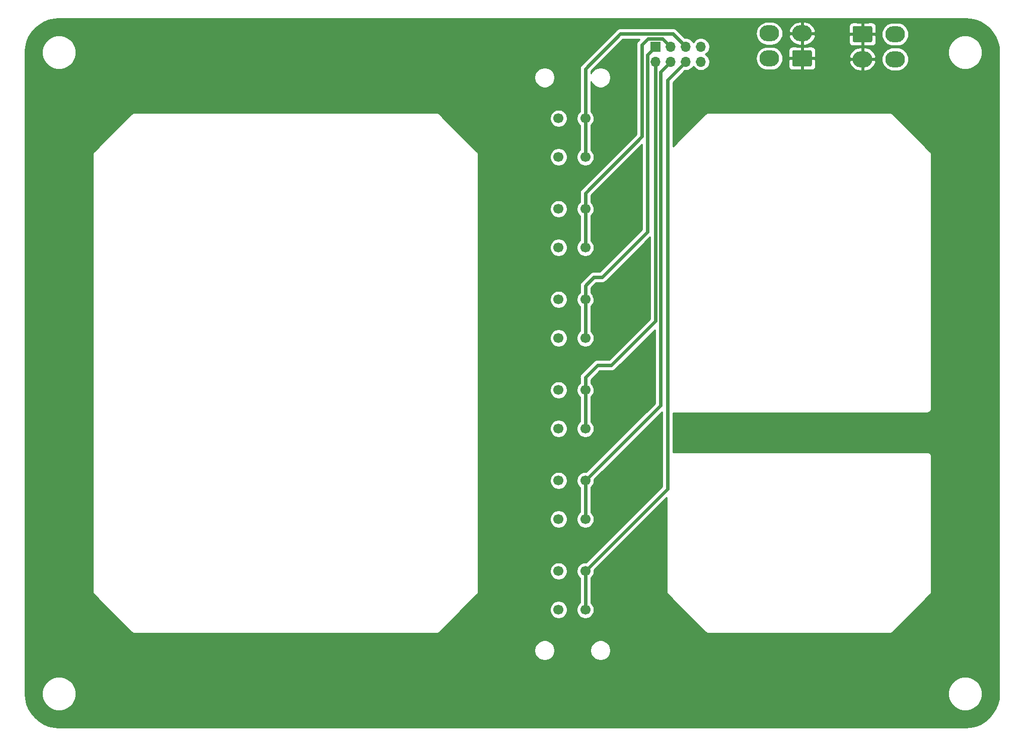
<source format=gbr>
%TF.GenerationSoftware,KiCad,Pcbnew,(5.1.9)-1*%
%TF.CreationDate,2021-09-20T07:58:25-06:00*%
%TF.ProjectId,ifei,69666569-2e6b-4696-9361-645f70636258,rev?*%
%TF.SameCoordinates,Original*%
%TF.FileFunction,Copper,L2,Bot*%
%TF.FilePolarity,Positive*%
%FSLAX46Y46*%
G04 Gerber Fmt 4.6, Leading zero omitted, Abs format (unit mm)*
G04 Created by KiCad (PCBNEW (5.1.9)-1) date 2021-09-20 07:58:25*
%MOMM*%
%LPD*%
G01*
G04 APERTURE LIST*
%TA.AperFunction,ComponentPad*%
%ADD10C,1.700000*%
%TD*%
%TA.AperFunction,ComponentPad*%
%ADD11O,1.700000X1.700000*%
%TD*%
%TA.AperFunction,ComponentPad*%
%ADD12R,1.700000X1.700000*%
%TD*%
%TA.AperFunction,ComponentPad*%
%ADD13O,3.300000X2.700000*%
%TD*%
%TA.AperFunction,ViaPad*%
%ADD14C,0.800000*%
%TD*%
%TA.AperFunction,Conductor*%
%ADD15C,0.609600*%
%TD*%
%TA.AperFunction,Conductor*%
%ADD16C,0.254000*%
%TD*%
%TA.AperFunction,Conductor*%
%ADD17C,0.100000*%
%TD*%
G04 APERTURE END LIST*
D10*
%TO.P,SW6,1*%
%TO.N,/ET_SW*%
X162814000Y-125793500D03*
%TO.P,SW6,2*%
X162814000Y-132293500D03*
%TO.P,SW6,3*%
%TO.N,GND*%
X158314000Y-125793500D03*
%TO.P,SW6,4*%
X158314000Y-132293500D03*
%TD*%
%TO.P,SW5,1*%
%TO.N,/ZONE_SW*%
X162814000Y-110553500D03*
%TO.P,SW5,2*%
X162814000Y-117053500D03*
%TO.P,SW5,3*%
%TO.N,GND*%
X158314000Y-110553500D03*
%TO.P,SW5,4*%
X158314000Y-117053500D03*
%TD*%
%TO.P,SW4,1*%
%TO.N,/DOWN_SW*%
X162814000Y-95313501D03*
%TO.P,SW4,2*%
X162814000Y-101813501D03*
%TO.P,SW4,3*%
%TO.N,GND*%
X158314000Y-95313501D03*
%TO.P,SW4,4*%
X158314000Y-101813501D03*
%TD*%
%TO.P,SW3,1*%
%TO.N,/UP_SW*%
X162814000Y-80073501D03*
%TO.P,SW3,2*%
X162814000Y-86573501D03*
%TO.P,SW3,3*%
%TO.N,GND*%
X158314000Y-80073501D03*
%TO.P,SW3,4*%
X158314000Y-86573501D03*
%TD*%
%TO.P,SW2,1*%
%TO.N,/QTY_SW*%
X162814000Y-64833501D03*
%TO.P,SW2,2*%
X162814000Y-71333501D03*
%TO.P,SW2,3*%
%TO.N,GND*%
X158314000Y-64833501D03*
%TO.P,SW2,4*%
X158314000Y-71333501D03*
%TD*%
%TO.P,SW1,1*%
%TO.N,/MODE_SW*%
X162814000Y-49593500D03*
%TO.P,SW1,2*%
X162814000Y-56093500D03*
%TO.P,SW1,3*%
%TO.N,GND*%
X158314000Y-49593500D03*
%TO.P,SW1,4*%
X158314000Y-56093500D03*
%TD*%
D11*
%TO.P,J3,8*%
%TO.N,GND*%
X182244999Y-40068500D03*
%TO.P,J3,7*%
X182244999Y-37528500D03*
%TO.P,J3,6*%
%TO.N,/ET_SW*%
X179704999Y-40068500D03*
%TO.P,J3,5*%
%TO.N,/MODE_SW*%
X179704999Y-37528500D03*
%TO.P,J3,4*%
%TO.N,/ZONE_SW*%
X177164999Y-40068500D03*
%TO.P,J3,3*%
%TO.N,/QTY_SW*%
X177164999Y-37528500D03*
%TO.P,J3,2*%
%TO.N,/DOWN_SW*%
X174624999Y-40068500D03*
D12*
%TO.P,J3,1*%
%TO.N,/UP_SW*%
X174624999Y-37528500D03*
%TD*%
D13*
%TO.P,J2,4*%
%TO.N,/BL_DOUT*%
X193763000Y-35297000D03*
%TO.P,J2,3*%
%TO.N,GND*%
X193763000Y-39497000D03*
%TO.P,J2,2*%
%TO.N,/BL_+5V*%
X199263000Y-35297000D03*
%TO.P,J2,1*%
%TA.AperFunction,ComponentPad*%
G36*
G01*
X200662999Y-40847000D02*
X197863001Y-40847000D01*
G75*
G02*
X197613000Y-40596999I0J250001D01*
G01*
X197613000Y-38397001D01*
G75*
G02*
X197863001Y-38147000I250001J0D01*
G01*
X200662999Y-38147000D01*
G75*
G02*
X200913000Y-38397001I0J-250001D01*
G01*
X200913000Y-40596999D01*
G75*
G02*
X200662999Y-40847000I-250001J0D01*
G01*
G37*
%TD.AperFunction*%
%TD*%
%TO.P,J1,4*%
%TO.N,/BL_DIN*%
X214923000Y-39633000D03*
%TO.P,J1,3*%
%TO.N,GND*%
X214923000Y-35433000D03*
%TO.P,J1,2*%
%TO.N,/BL_+5V*%
X209423000Y-39633000D03*
%TO.P,J1,1*%
%TA.AperFunction,ComponentPad*%
G36*
G01*
X208023001Y-34083000D02*
X210822999Y-34083000D01*
G75*
G02*
X211073000Y-34333001I0J-250001D01*
G01*
X211073000Y-36532999D01*
G75*
G02*
X210822999Y-36783000I-250001J0D01*
G01*
X208023001Y-36783000D01*
G75*
G02*
X207773000Y-36532999I0J250001D01*
G01*
X207773000Y-34333001D01*
G75*
G02*
X208023001Y-34083000I250001J0D01*
G01*
G37*
%TD.AperFunction*%
%TD*%
D14*
%TO.N,/BL_+5V*%
X134803999Y-44113501D03*
X129583999Y-44753501D03*
X124563999Y-44183501D03*
X119233999Y-44843501D03*
X114613999Y-44043501D03*
X109333999Y-44933501D03*
X104253999Y-44543501D03*
X99073999Y-45103501D03*
X94193999Y-44303501D03*
X156703999Y-51715501D03*
X156693999Y-54905501D03*
X164443999Y-53725501D03*
X164483999Y-49075501D03*
X164493999Y-68785501D03*
X164453999Y-64265501D03*
X156923999Y-67175501D03*
X156733999Y-70595501D03*
X164493999Y-79645501D03*
X164473999Y-84275501D03*
X156743999Y-85865501D03*
X156883999Y-82395501D03*
X156813999Y-96595501D03*
X164443999Y-94795501D03*
X164383999Y-99195501D03*
X164473999Y-111315501D03*
X164213999Y-115845501D03*
X157343999Y-115625501D03*
X157433999Y-112865501D03*
X164433999Y-126655501D03*
X164453999Y-129885501D03*
X157133999Y-128295501D03*
X157173999Y-130975501D03*
X193063999Y-103545501D03*
X198963999Y-103435501D03*
X201193999Y-103305501D03*
X196183999Y-43215501D03*
X200723999Y-44025501D03*
X204833999Y-45275501D03*
X156844999Y-102552500D03*
%TD*%
D15*
%TO.N,/ET_SW*%
X162814000Y-132293500D02*
X162814000Y-125793500D01*
X176635189Y-111972311D02*
X162814000Y-125793500D01*
X176635189Y-43138310D02*
X176635189Y-111972311D01*
X179704999Y-40068500D02*
X176635189Y-43138310D01*
%TO.N,/ZONE_SW*%
X162814000Y-117053500D02*
X162814000Y-110553500D01*
X162814000Y-110553500D02*
X175434610Y-97932890D01*
X175434610Y-97932890D02*
X175434610Y-41798889D01*
X175434610Y-41798889D02*
X177164999Y-40068500D01*
%TO.N,/DOWN_SW*%
X162814000Y-101813501D02*
X162814000Y-95313501D01*
X174624999Y-40068500D02*
X174624999Y-83724501D01*
X174624999Y-83724501D02*
X167203999Y-91145501D01*
X167203999Y-91145501D02*
X164843999Y-91145501D01*
X162814000Y-93175500D02*
X162814000Y-95313501D01*
X164843999Y-91145501D02*
X162814000Y-93175500D01*
%TO.N,/UP_SW*%
X162814000Y-86573501D02*
X162814000Y-80073501D01*
X173270198Y-38883301D02*
X173270198Y-68669302D01*
X174624999Y-37528500D02*
X173270198Y-38883301D01*
X173270198Y-68669302D02*
X165603999Y-76335501D01*
X165603999Y-76335501D02*
X164233999Y-76335501D01*
X162814000Y-77755500D02*
X162814000Y-80073501D01*
X164233999Y-76335501D02*
X162814000Y-77755500D01*
%TO.N,/QTY_SW*%
X162814000Y-71333501D02*
X162814000Y-64833501D01*
X173371158Y-36173699D02*
X172353999Y-37190858D01*
X175810198Y-36173699D02*
X173371158Y-36173699D01*
X177164999Y-37528500D02*
X175810198Y-36173699D01*
X172353999Y-37190858D02*
X172353999Y-52635501D01*
X162814000Y-62175500D02*
X162814000Y-64833501D01*
X172353999Y-52635501D02*
X162814000Y-62175500D01*
%TO.N,/MODE_SW*%
X162814000Y-56093500D02*
X162814000Y-49593500D01*
X177540587Y-35364088D02*
X168715412Y-35364088D01*
X179704999Y-37528500D02*
X177540587Y-35364088D01*
X162814000Y-41265500D02*
X162814000Y-49593500D01*
X168715412Y-35364088D02*
X162814000Y-41265500D01*
%TD*%
D16*
%TO.N,/BL_+5V*%
X227584791Y-32863068D02*
X228452678Y-33071430D01*
X229277275Y-33412989D01*
X230038299Y-33879345D01*
X230716994Y-34459006D01*
X231296655Y-35137701D01*
X231763009Y-35898720D01*
X232104570Y-36723322D01*
X232312931Y-37591207D01*
X232385000Y-38506926D01*
X232385001Y-146405061D01*
X232312931Y-147320793D01*
X232104570Y-148188678D01*
X231763009Y-149013280D01*
X231296655Y-149774299D01*
X230716994Y-150452994D01*
X230038299Y-151032655D01*
X229277275Y-151499011D01*
X228452678Y-151840570D01*
X227584791Y-152048932D01*
X226669074Y-152121000D01*
X74320926Y-152121000D01*
X73405207Y-152048931D01*
X72537322Y-151840570D01*
X71712720Y-151499009D01*
X70951701Y-151032655D01*
X70273006Y-150452994D01*
X69693345Y-149774299D01*
X69226989Y-149013275D01*
X68885430Y-148188678D01*
X68677068Y-147320791D01*
X68605000Y-146405074D01*
X68605000Y-146146852D01*
X71410000Y-146146852D01*
X71410000Y-146715148D01*
X71520869Y-147272523D01*
X71738346Y-147797560D01*
X72054074Y-148270080D01*
X72455920Y-148671926D01*
X72928440Y-148987654D01*
X73453477Y-149205131D01*
X74010852Y-149316000D01*
X74579148Y-149316000D01*
X75136523Y-149205131D01*
X75661560Y-148987654D01*
X76134080Y-148671926D01*
X76535926Y-148270080D01*
X76851654Y-147797560D01*
X77069131Y-147272523D01*
X77180000Y-146715148D01*
X77180000Y-146146852D01*
X223810000Y-146146852D01*
X223810000Y-146715148D01*
X223920869Y-147272523D01*
X224138346Y-147797560D01*
X224454074Y-148270080D01*
X224855920Y-148671926D01*
X225328440Y-148987654D01*
X225853477Y-149205131D01*
X226410852Y-149316000D01*
X226979148Y-149316000D01*
X227536523Y-149205131D01*
X228061560Y-148987654D01*
X228534080Y-148671926D01*
X228935926Y-148270080D01*
X229251654Y-147797560D01*
X229469131Y-147272523D01*
X229580000Y-146715148D01*
X229580000Y-146146852D01*
X229469131Y-145589477D01*
X229251654Y-145064440D01*
X228935926Y-144591920D01*
X228534080Y-144190074D01*
X228061560Y-143874346D01*
X227536523Y-143656869D01*
X226979148Y-143546000D01*
X226410852Y-143546000D01*
X225853477Y-143656869D01*
X225328440Y-143874346D01*
X224855920Y-144190074D01*
X224454074Y-144591920D01*
X224138346Y-145064440D01*
X223920869Y-145589477D01*
X223810000Y-146146852D01*
X77180000Y-146146852D01*
X77069131Y-145589477D01*
X76851654Y-145064440D01*
X76535926Y-144591920D01*
X76134080Y-144190074D01*
X75661560Y-143874346D01*
X75136523Y-143656869D01*
X74579148Y-143546000D01*
X74010852Y-143546000D01*
X73453477Y-143656869D01*
X72928440Y-143874346D01*
X72455920Y-144190074D01*
X72054074Y-144591920D01*
X71738346Y-145064440D01*
X71520869Y-145589477D01*
X71410000Y-146146852D01*
X68605000Y-146146852D01*
X68605000Y-138957618D01*
X154221000Y-138957618D01*
X154221000Y-139299384D01*
X154287675Y-139634582D01*
X154418463Y-139950332D01*
X154608337Y-140234499D01*
X154850002Y-140476164D01*
X155134169Y-140666038D01*
X155449919Y-140796826D01*
X155785117Y-140863501D01*
X156126883Y-140863501D01*
X156462081Y-140796826D01*
X156777831Y-140666038D01*
X157061998Y-140476164D01*
X157303663Y-140234499D01*
X157493537Y-139950332D01*
X157624325Y-139634582D01*
X157691000Y-139299384D01*
X157691000Y-138957618D01*
X163618999Y-138957618D01*
X163618999Y-139299384D01*
X163685674Y-139634582D01*
X163816462Y-139950332D01*
X164006336Y-140234499D01*
X164248001Y-140476164D01*
X164532168Y-140666038D01*
X164847918Y-140796826D01*
X165183116Y-140863501D01*
X165524882Y-140863501D01*
X165860080Y-140796826D01*
X166175830Y-140666038D01*
X166459997Y-140476164D01*
X166701662Y-140234499D01*
X166891536Y-139950332D01*
X167022324Y-139634582D01*
X167088999Y-139299384D01*
X167088999Y-138957618D01*
X167022324Y-138622420D01*
X166891536Y-138306670D01*
X166701662Y-138022503D01*
X166459997Y-137780838D01*
X166175830Y-137590964D01*
X165860080Y-137460176D01*
X165524882Y-137393501D01*
X165183116Y-137393501D01*
X164847918Y-137460176D01*
X164532168Y-137590964D01*
X164248001Y-137780838D01*
X164006336Y-138022503D01*
X163816462Y-138306670D01*
X163685674Y-138622420D01*
X163618999Y-138957618D01*
X157691000Y-138957618D01*
X157624325Y-138622420D01*
X157493537Y-138306670D01*
X157303663Y-138022503D01*
X157061998Y-137780838D01*
X156777831Y-137590964D01*
X156462081Y-137460176D01*
X156126883Y-137393501D01*
X155785117Y-137393501D01*
X155449919Y-137460176D01*
X155134169Y-137590964D01*
X154850002Y-137780838D01*
X154608337Y-138022503D01*
X154418463Y-138306670D01*
X154287675Y-138622420D01*
X154221000Y-138957618D01*
X68605000Y-138957618D01*
X68605000Y-55626000D01*
X79981808Y-55626000D01*
X79985001Y-55658419D01*
X79985000Y-129253591D01*
X79981808Y-129286000D01*
X79985000Y-129318409D01*
X79985000Y-129318418D01*
X79994550Y-129415382D01*
X80032290Y-129539792D01*
X80093575Y-129654449D01*
X80176052Y-129754948D01*
X80201236Y-129775616D01*
X86505387Y-136079769D01*
X86526051Y-136104948D01*
X86626549Y-136187425D01*
X86741206Y-136248710D01*
X86865616Y-136286450D01*
X86962580Y-136296000D01*
X86962589Y-136296000D01*
X86994998Y-136299192D01*
X87027407Y-136296000D01*
X137762591Y-136296000D01*
X137795000Y-136299192D01*
X137827409Y-136296000D01*
X137827419Y-136296000D01*
X137924383Y-136286450D01*
X138048793Y-136248710D01*
X138163450Y-136187425D01*
X138263948Y-136104948D01*
X138284616Y-136079764D01*
X142217140Y-132147240D01*
X156829000Y-132147240D01*
X156829000Y-132439760D01*
X156886068Y-132726658D01*
X156998010Y-132996911D01*
X157160525Y-133240132D01*
X157367368Y-133446975D01*
X157610589Y-133609490D01*
X157880842Y-133721432D01*
X158167740Y-133778500D01*
X158460260Y-133778500D01*
X158747158Y-133721432D01*
X159017411Y-133609490D01*
X159260632Y-133446975D01*
X159467475Y-133240132D01*
X159629990Y-132996911D01*
X159741932Y-132726658D01*
X159799000Y-132439760D01*
X159799000Y-132147240D01*
X159741932Y-131860342D01*
X159629990Y-131590089D01*
X159467475Y-131346868D01*
X159260632Y-131140025D01*
X159017411Y-130977510D01*
X158747158Y-130865568D01*
X158460260Y-130808500D01*
X158167740Y-130808500D01*
X157880842Y-130865568D01*
X157610589Y-130977510D01*
X157367368Y-131140025D01*
X157160525Y-131346868D01*
X156998010Y-131590089D01*
X156886068Y-131860342D01*
X156829000Y-132147240D01*
X142217140Y-132147240D01*
X144588768Y-129775612D01*
X144613947Y-129754948D01*
X144634614Y-129729766D01*
X144696423Y-129654451D01*
X144696424Y-129654450D01*
X144757709Y-129539793D01*
X144795449Y-129415383D01*
X144804999Y-129318419D01*
X144804999Y-129318410D01*
X144808191Y-129286001D01*
X144804999Y-129253592D01*
X144804999Y-125647240D01*
X156829000Y-125647240D01*
X156829000Y-125939760D01*
X156886068Y-126226658D01*
X156998010Y-126496911D01*
X157160525Y-126740132D01*
X157367368Y-126946975D01*
X157610589Y-127109490D01*
X157880842Y-127221432D01*
X158167740Y-127278500D01*
X158460260Y-127278500D01*
X158747158Y-127221432D01*
X159017411Y-127109490D01*
X159260632Y-126946975D01*
X159467475Y-126740132D01*
X159629990Y-126496911D01*
X159741932Y-126226658D01*
X159799000Y-125939760D01*
X159799000Y-125647240D01*
X159741932Y-125360342D01*
X159629990Y-125090089D01*
X159467475Y-124846868D01*
X159260632Y-124640025D01*
X159017411Y-124477510D01*
X158747158Y-124365568D01*
X158460260Y-124308500D01*
X158167740Y-124308500D01*
X157880842Y-124365568D01*
X157610589Y-124477510D01*
X157367368Y-124640025D01*
X157160525Y-124846868D01*
X156998010Y-125090089D01*
X156886068Y-125360342D01*
X156829000Y-125647240D01*
X144804999Y-125647240D01*
X144804999Y-116907240D01*
X156829000Y-116907240D01*
X156829000Y-117199760D01*
X156886068Y-117486658D01*
X156998010Y-117756911D01*
X157160525Y-118000132D01*
X157367368Y-118206975D01*
X157610589Y-118369490D01*
X157880842Y-118481432D01*
X158167740Y-118538500D01*
X158460260Y-118538500D01*
X158747158Y-118481432D01*
X159017411Y-118369490D01*
X159260632Y-118206975D01*
X159467475Y-118000132D01*
X159629990Y-117756911D01*
X159741932Y-117486658D01*
X159799000Y-117199760D01*
X159799000Y-116907240D01*
X159741932Y-116620342D01*
X159629990Y-116350089D01*
X159467475Y-116106868D01*
X159260632Y-115900025D01*
X159017411Y-115737510D01*
X158747158Y-115625568D01*
X158460260Y-115568500D01*
X158167740Y-115568500D01*
X157880842Y-115625568D01*
X157610589Y-115737510D01*
X157367368Y-115900025D01*
X157160525Y-116106868D01*
X156998010Y-116350089D01*
X156886068Y-116620342D01*
X156829000Y-116907240D01*
X144804999Y-116907240D01*
X144804999Y-110407240D01*
X156829000Y-110407240D01*
X156829000Y-110699760D01*
X156886068Y-110986658D01*
X156998010Y-111256911D01*
X157160525Y-111500132D01*
X157367368Y-111706975D01*
X157610589Y-111869490D01*
X157880842Y-111981432D01*
X158167740Y-112038500D01*
X158460260Y-112038500D01*
X158747158Y-111981432D01*
X159017411Y-111869490D01*
X159260632Y-111706975D01*
X159467475Y-111500132D01*
X159629990Y-111256911D01*
X159741932Y-110986658D01*
X159799000Y-110699760D01*
X159799000Y-110407240D01*
X159741932Y-110120342D01*
X159629990Y-109850089D01*
X159467475Y-109606868D01*
X159260632Y-109400025D01*
X159017411Y-109237510D01*
X158747158Y-109125568D01*
X158460260Y-109068500D01*
X158167740Y-109068500D01*
X157880842Y-109125568D01*
X157610589Y-109237510D01*
X157367368Y-109400025D01*
X157160525Y-109606868D01*
X156998010Y-109850089D01*
X156886068Y-110120342D01*
X156829000Y-110407240D01*
X144804999Y-110407240D01*
X144804999Y-101667241D01*
X156829000Y-101667241D01*
X156829000Y-101959761D01*
X156886068Y-102246659D01*
X156998010Y-102516912D01*
X157160525Y-102760133D01*
X157367368Y-102966976D01*
X157610589Y-103129491D01*
X157880842Y-103241433D01*
X158167740Y-103298501D01*
X158460260Y-103298501D01*
X158747158Y-103241433D01*
X159017411Y-103129491D01*
X159260632Y-102966976D01*
X159467475Y-102760133D01*
X159629990Y-102516912D01*
X159741932Y-102246659D01*
X159799000Y-101959761D01*
X159799000Y-101667241D01*
X159741932Y-101380343D01*
X159629990Y-101110090D01*
X159467475Y-100866869D01*
X159260632Y-100660026D01*
X159017411Y-100497511D01*
X158747158Y-100385569D01*
X158460260Y-100328501D01*
X158167740Y-100328501D01*
X157880842Y-100385569D01*
X157610589Y-100497511D01*
X157367368Y-100660026D01*
X157160525Y-100866869D01*
X156998010Y-101110090D01*
X156886068Y-101380343D01*
X156829000Y-101667241D01*
X144804999Y-101667241D01*
X144804999Y-95167241D01*
X156829000Y-95167241D01*
X156829000Y-95459761D01*
X156886068Y-95746659D01*
X156998010Y-96016912D01*
X157160525Y-96260133D01*
X157367368Y-96466976D01*
X157610589Y-96629491D01*
X157880842Y-96741433D01*
X158167740Y-96798501D01*
X158460260Y-96798501D01*
X158747158Y-96741433D01*
X159017411Y-96629491D01*
X159260632Y-96466976D01*
X159467475Y-96260133D01*
X159629990Y-96016912D01*
X159741932Y-95746659D01*
X159799000Y-95459761D01*
X159799000Y-95167241D01*
X159741932Y-94880343D01*
X159629990Y-94610090D01*
X159467475Y-94366869D01*
X159260632Y-94160026D01*
X159017411Y-93997511D01*
X158747158Y-93885569D01*
X158460260Y-93828501D01*
X158167740Y-93828501D01*
X157880842Y-93885569D01*
X157610589Y-93997511D01*
X157367368Y-94160026D01*
X157160525Y-94366869D01*
X156998010Y-94610090D01*
X156886068Y-94880343D01*
X156829000Y-95167241D01*
X144804999Y-95167241D01*
X144804999Y-86427241D01*
X156829000Y-86427241D01*
X156829000Y-86719761D01*
X156886068Y-87006659D01*
X156998010Y-87276912D01*
X157160525Y-87520133D01*
X157367368Y-87726976D01*
X157610589Y-87889491D01*
X157880842Y-88001433D01*
X158167740Y-88058501D01*
X158460260Y-88058501D01*
X158747158Y-88001433D01*
X159017411Y-87889491D01*
X159260632Y-87726976D01*
X159467475Y-87520133D01*
X159629990Y-87276912D01*
X159741932Y-87006659D01*
X159799000Y-86719761D01*
X159799000Y-86427241D01*
X159741932Y-86140343D01*
X159629990Y-85870090D01*
X159467475Y-85626869D01*
X159260632Y-85420026D01*
X159017411Y-85257511D01*
X158747158Y-85145569D01*
X158460260Y-85088501D01*
X158167740Y-85088501D01*
X157880842Y-85145569D01*
X157610589Y-85257511D01*
X157367368Y-85420026D01*
X157160525Y-85626869D01*
X156998010Y-85870090D01*
X156886068Y-86140343D01*
X156829000Y-86427241D01*
X144804999Y-86427241D01*
X144804999Y-79927241D01*
X156829000Y-79927241D01*
X156829000Y-80219761D01*
X156886068Y-80506659D01*
X156998010Y-80776912D01*
X157160525Y-81020133D01*
X157367368Y-81226976D01*
X157610589Y-81389491D01*
X157880842Y-81501433D01*
X158167740Y-81558501D01*
X158460260Y-81558501D01*
X158747158Y-81501433D01*
X159017411Y-81389491D01*
X159260632Y-81226976D01*
X159467475Y-81020133D01*
X159629990Y-80776912D01*
X159741932Y-80506659D01*
X159799000Y-80219761D01*
X159799000Y-79927241D01*
X159741932Y-79640343D01*
X159629990Y-79370090D01*
X159467475Y-79126869D01*
X159260632Y-78920026D01*
X159017411Y-78757511D01*
X158747158Y-78645569D01*
X158460260Y-78588501D01*
X158167740Y-78588501D01*
X157880842Y-78645569D01*
X157610589Y-78757511D01*
X157367368Y-78920026D01*
X157160525Y-79126869D01*
X156998010Y-79370090D01*
X156886068Y-79640343D01*
X156829000Y-79927241D01*
X144804999Y-79927241D01*
X144804999Y-71187241D01*
X156829000Y-71187241D01*
X156829000Y-71479761D01*
X156886068Y-71766659D01*
X156998010Y-72036912D01*
X157160525Y-72280133D01*
X157367368Y-72486976D01*
X157610589Y-72649491D01*
X157880842Y-72761433D01*
X158167740Y-72818501D01*
X158460260Y-72818501D01*
X158747158Y-72761433D01*
X159017411Y-72649491D01*
X159260632Y-72486976D01*
X159467475Y-72280133D01*
X159629990Y-72036912D01*
X159741932Y-71766659D01*
X159799000Y-71479761D01*
X159799000Y-71187241D01*
X159741932Y-70900343D01*
X159629990Y-70630090D01*
X159467475Y-70386869D01*
X159260632Y-70180026D01*
X159017411Y-70017511D01*
X158747158Y-69905569D01*
X158460260Y-69848501D01*
X158167740Y-69848501D01*
X157880842Y-69905569D01*
X157610589Y-70017511D01*
X157367368Y-70180026D01*
X157160525Y-70386869D01*
X156998010Y-70630090D01*
X156886068Y-70900343D01*
X156829000Y-71187241D01*
X144804999Y-71187241D01*
X144804999Y-64687241D01*
X156829000Y-64687241D01*
X156829000Y-64979761D01*
X156886068Y-65266659D01*
X156998010Y-65536912D01*
X157160525Y-65780133D01*
X157367368Y-65986976D01*
X157610589Y-66149491D01*
X157880842Y-66261433D01*
X158167740Y-66318501D01*
X158460260Y-66318501D01*
X158747158Y-66261433D01*
X159017411Y-66149491D01*
X159260632Y-65986976D01*
X159467475Y-65780133D01*
X159629990Y-65536912D01*
X159741932Y-65266659D01*
X159799000Y-64979761D01*
X159799000Y-64687241D01*
X159741932Y-64400343D01*
X159629990Y-64130090D01*
X159467475Y-63886869D01*
X159260632Y-63680026D01*
X159017411Y-63517511D01*
X158747158Y-63405569D01*
X158460260Y-63348501D01*
X158167740Y-63348501D01*
X157880842Y-63405569D01*
X157610589Y-63517511D01*
X157367368Y-63680026D01*
X157160525Y-63886869D01*
X156998010Y-64130090D01*
X156886068Y-64400343D01*
X156829000Y-64687241D01*
X144804999Y-64687241D01*
X144804999Y-55947240D01*
X156829000Y-55947240D01*
X156829000Y-56239760D01*
X156886068Y-56526658D01*
X156998010Y-56796911D01*
X157160525Y-57040132D01*
X157367368Y-57246975D01*
X157610589Y-57409490D01*
X157880842Y-57521432D01*
X158167740Y-57578500D01*
X158460260Y-57578500D01*
X158747158Y-57521432D01*
X159017411Y-57409490D01*
X159260632Y-57246975D01*
X159467475Y-57040132D01*
X159629990Y-56796911D01*
X159741932Y-56526658D01*
X159799000Y-56239760D01*
X159799000Y-55947240D01*
X159741932Y-55660342D01*
X159629990Y-55390089D01*
X159467475Y-55146868D01*
X159260632Y-54940025D01*
X159017411Y-54777510D01*
X158747158Y-54665568D01*
X158460260Y-54608500D01*
X158167740Y-54608500D01*
X157880842Y-54665568D01*
X157610589Y-54777510D01*
X157367368Y-54940025D01*
X157160525Y-55146868D01*
X156998010Y-55390089D01*
X156886068Y-55660342D01*
X156829000Y-55947240D01*
X144804999Y-55947240D01*
X144804999Y-55658408D01*
X144808191Y-55625999D01*
X144804999Y-55593590D01*
X144804999Y-55593581D01*
X144795449Y-55496617D01*
X144757709Y-55372207D01*
X144696424Y-55257550D01*
X144667363Y-55222139D01*
X144634612Y-55182232D01*
X144634611Y-55182231D01*
X144613947Y-55157052D01*
X144588769Y-55136389D01*
X138899620Y-49447240D01*
X156829000Y-49447240D01*
X156829000Y-49739760D01*
X156886068Y-50026658D01*
X156998010Y-50296911D01*
X157160525Y-50540132D01*
X157367368Y-50746975D01*
X157610589Y-50909490D01*
X157880842Y-51021432D01*
X158167740Y-51078500D01*
X158460260Y-51078500D01*
X158747158Y-51021432D01*
X159017411Y-50909490D01*
X159260632Y-50746975D01*
X159467475Y-50540132D01*
X159629990Y-50296911D01*
X159741932Y-50026658D01*
X159799000Y-49739760D01*
X159799000Y-49447240D01*
X161329000Y-49447240D01*
X161329000Y-49739760D01*
X161386068Y-50026658D01*
X161498010Y-50296911D01*
X161660525Y-50540132D01*
X161867368Y-50746975D01*
X161874201Y-50751541D01*
X161874200Y-54935460D01*
X161867368Y-54940025D01*
X161660525Y-55146868D01*
X161498010Y-55390089D01*
X161386068Y-55660342D01*
X161329000Y-55947240D01*
X161329000Y-56239760D01*
X161386068Y-56526658D01*
X161498010Y-56796911D01*
X161660525Y-57040132D01*
X161867368Y-57246975D01*
X162110589Y-57409490D01*
X162380842Y-57521432D01*
X162667740Y-57578500D01*
X162960260Y-57578500D01*
X163247158Y-57521432D01*
X163517411Y-57409490D01*
X163760632Y-57246975D01*
X163967475Y-57040132D01*
X164129990Y-56796911D01*
X164241932Y-56526658D01*
X164299000Y-56239760D01*
X164299000Y-55947240D01*
X164241932Y-55660342D01*
X164129990Y-55390089D01*
X163967475Y-55146868D01*
X163760632Y-54940025D01*
X163753800Y-54935460D01*
X163753800Y-50751540D01*
X163760632Y-50746975D01*
X163967475Y-50540132D01*
X164129990Y-50296911D01*
X164241932Y-50026658D01*
X164299000Y-49739760D01*
X164299000Y-49447240D01*
X164241932Y-49160342D01*
X164129990Y-48890089D01*
X163967475Y-48646868D01*
X163760632Y-48440025D01*
X163753800Y-48435460D01*
X163753800Y-43406053D01*
X163816462Y-43557332D01*
X164006336Y-43841499D01*
X164248001Y-44083164D01*
X164532168Y-44273038D01*
X164847918Y-44403826D01*
X165183116Y-44470501D01*
X165524882Y-44470501D01*
X165860080Y-44403826D01*
X166175830Y-44273038D01*
X166459997Y-44083164D01*
X166701662Y-43841499D01*
X166891536Y-43557332D01*
X167022324Y-43241582D01*
X167088999Y-42906384D01*
X167088999Y-42564618D01*
X167022324Y-42229420D01*
X166891536Y-41913670D01*
X166701662Y-41629503D01*
X166459997Y-41387838D01*
X166175830Y-41197964D01*
X165860080Y-41067176D01*
X165524882Y-41000501D01*
X165183116Y-41000501D01*
X164847918Y-41067176D01*
X164532168Y-41197964D01*
X164248001Y-41387838D01*
X164006336Y-41629503D01*
X163816462Y-41913670D01*
X163753800Y-42064949D01*
X163753800Y-41654776D01*
X169104690Y-36303888D01*
X171911893Y-36303888D01*
X171722114Y-36493667D01*
X171686245Y-36523104D01*
X171568803Y-36666207D01*
X171481536Y-36829473D01*
X171427797Y-37006626D01*
X171414199Y-37144692D01*
X171414199Y-37144701D01*
X171409653Y-37190858D01*
X171414199Y-37237015D01*
X171414200Y-52246223D01*
X162182115Y-61478309D01*
X162146246Y-61507746D01*
X162028804Y-61650849D01*
X161941537Y-61814115D01*
X161887798Y-61991268D01*
X161874200Y-62129334D01*
X161874200Y-62129343D01*
X161869654Y-62175500D01*
X161874200Y-62221658D01*
X161874201Y-63675461D01*
X161867368Y-63680026D01*
X161660525Y-63886869D01*
X161498010Y-64130090D01*
X161386068Y-64400343D01*
X161329000Y-64687241D01*
X161329000Y-64979761D01*
X161386068Y-65266659D01*
X161498010Y-65536912D01*
X161660525Y-65780133D01*
X161867368Y-65986976D01*
X161874201Y-65991542D01*
X161874200Y-70175461D01*
X161867368Y-70180026D01*
X161660525Y-70386869D01*
X161498010Y-70630090D01*
X161386068Y-70900343D01*
X161329000Y-71187241D01*
X161329000Y-71479761D01*
X161386068Y-71766659D01*
X161498010Y-72036912D01*
X161660525Y-72280133D01*
X161867368Y-72486976D01*
X162110589Y-72649491D01*
X162380842Y-72761433D01*
X162667740Y-72818501D01*
X162960260Y-72818501D01*
X163247158Y-72761433D01*
X163517411Y-72649491D01*
X163760632Y-72486976D01*
X163967475Y-72280133D01*
X164129990Y-72036912D01*
X164241932Y-71766659D01*
X164299000Y-71479761D01*
X164299000Y-71187241D01*
X164241932Y-70900343D01*
X164129990Y-70630090D01*
X163967475Y-70386869D01*
X163760632Y-70180026D01*
X163753800Y-70175461D01*
X163753800Y-65991541D01*
X163760632Y-65986976D01*
X163967475Y-65780133D01*
X164129990Y-65536912D01*
X164241932Y-65266659D01*
X164299000Y-64979761D01*
X164299000Y-64687241D01*
X164241932Y-64400343D01*
X164129990Y-64130090D01*
X163967475Y-63886869D01*
X163760632Y-63680026D01*
X163753800Y-63675461D01*
X163753800Y-62564776D01*
X172330399Y-53988178D01*
X172330399Y-68280023D01*
X165214723Y-75395701D01*
X164280156Y-75395701D01*
X164233999Y-75391155D01*
X164187842Y-75395701D01*
X164187832Y-75395701D01*
X164049766Y-75409299D01*
X163872613Y-75463038D01*
X163709347Y-75550305D01*
X163602105Y-75638317D01*
X163566245Y-75667747D01*
X163536817Y-75703605D01*
X162182115Y-77058309D01*
X162146246Y-77087746D01*
X162028804Y-77230849D01*
X161941537Y-77394115D01*
X161887798Y-77571268D01*
X161874200Y-77709334D01*
X161874200Y-77709343D01*
X161869654Y-77755500D01*
X161874200Y-77801658D01*
X161874201Y-78915461D01*
X161867368Y-78920026D01*
X161660525Y-79126869D01*
X161498010Y-79370090D01*
X161386068Y-79640343D01*
X161329000Y-79927241D01*
X161329000Y-80219761D01*
X161386068Y-80506659D01*
X161498010Y-80776912D01*
X161660525Y-81020133D01*
X161867368Y-81226976D01*
X161874201Y-81231542D01*
X161874200Y-85415461D01*
X161867368Y-85420026D01*
X161660525Y-85626869D01*
X161498010Y-85870090D01*
X161386068Y-86140343D01*
X161329000Y-86427241D01*
X161329000Y-86719761D01*
X161386068Y-87006659D01*
X161498010Y-87276912D01*
X161660525Y-87520133D01*
X161867368Y-87726976D01*
X162110589Y-87889491D01*
X162380842Y-88001433D01*
X162667740Y-88058501D01*
X162960260Y-88058501D01*
X163247158Y-88001433D01*
X163517411Y-87889491D01*
X163760632Y-87726976D01*
X163967475Y-87520133D01*
X164129990Y-87276912D01*
X164241932Y-87006659D01*
X164299000Y-86719761D01*
X164299000Y-86427241D01*
X164241932Y-86140343D01*
X164129990Y-85870090D01*
X163967475Y-85626869D01*
X163760632Y-85420026D01*
X163753800Y-85415461D01*
X163753800Y-81231541D01*
X163760632Y-81226976D01*
X163967475Y-81020133D01*
X164129990Y-80776912D01*
X164241932Y-80506659D01*
X164299000Y-80219761D01*
X164299000Y-79927241D01*
X164241932Y-79640343D01*
X164129990Y-79370090D01*
X163967475Y-79126869D01*
X163760632Y-78920026D01*
X163753800Y-78915461D01*
X163753800Y-78144776D01*
X164623277Y-77275301D01*
X165557842Y-77275301D01*
X165603999Y-77279847D01*
X165650156Y-77275301D01*
X165650166Y-77275301D01*
X165788232Y-77261703D01*
X165965385Y-77207964D01*
X166128650Y-77120697D01*
X166271753Y-77003255D01*
X166301190Y-76967386D01*
X173685200Y-69583378D01*
X173685200Y-83335222D01*
X166814723Y-90205701D01*
X164890155Y-90205701D01*
X164843998Y-90201155D01*
X164797841Y-90205701D01*
X164797832Y-90205701D01*
X164659766Y-90219299D01*
X164482613Y-90273038D01*
X164406614Y-90313660D01*
X164319347Y-90360305D01*
X164212104Y-90448318D01*
X164176245Y-90477747D01*
X164146817Y-90513605D01*
X162182115Y-92478309D01*
X162146246Y-92507746D01*
X162028804Y-92650849D01*
X161941537Y-92814115D01*
X161887798Y-92991268D01*
X161874200Y-93129334D01*
X161874200Y-93129343D01*
X161869654Y-93175500D01*
X161874200Y-93221658D01*
X161874200Y-94155461D01*
X161867368Y-94160026D01*
X161660525Y-94366869D01*
X161498010Y-94610090D01*
X161386068Y-94880343D01*
X161329000Y-95167241D01*
X161329000Y-95459761D01*
X161386068Y-95746659D01*
X161498010Y-96016912D01*
X161660525Y-96260133D01*
X161867368Y-96466976D01*
X161874201Y-96471542D01*
X161874200Y-100655461D01*
X161867368Y-100660026D01*
X161660525Y-100866869D01*
X161498010Y-101110090D01*
X161386068Y-101380343D01*
X161329000Y-101667241D01*
X161329000Y-101959761D01*
X161386068Y-102246659D01*
X161498010Y-102516912D01*
X161660525Y-102760133D01*
X161867368Y-102966976D01*
X162110589Y-103129491D01*
X162380842Y-103241433D01*
X162667740Y-103298501D01*
X162960260Y-103298501D01*
X163247158Y-103241433D01*
X163517411Y-103129491D01*
X163760632Y-102966976D01*
X163967475Y-102760133D01*
X164129990Y-102516912D01*
X164241932Y-102246659D01*
X164299000Y-101959761D01*
X164299000Y-101667241D01*
X164241932Y-101380343D01*
X164129990Y-101110090D01*
X163967475Y-100866869D01*
X163760632Y-100660026D01*
X163753800Y-100655461D01*
X163753800Y-96471541D01*
X163760632Y-96466976D01*
X163967475Y-96260133D01*
X164129990Y-96016912D01*
X164241932Y-95746659D01*
X164299000Y-95459761D01*
X164299000Y-95167241D01*
X164241932Y-94880343D01*
X164129990Y-94610090D01*
X163967475Y-94366869D01*
X163760632Y-94160026D01*
X163753800Y-94155461D01*
X163753800Y-93564776D01*
X165233277Y-92085301D01*
X167157842Y-92085301D01*
X167203999Y-92089847D01*
X167250156Y-92085301D01*
X167250166Y-92085301D01*
X167388232Y-92071703D01*
X167565385Y-92017964D01*
X167728650Y-91930697D01*
X167871753Y-91813255D01*
X167901190Y-91777386D01*
X174494810Y-85183768D01*
X174494810Y-97543612D01*
X162968321Y-109070103D01*
X162960260Y-109068500D01*
X162667740Y-109068500D01*
X162380842Y-109125568D01*
X162110589Y-109237510D01*
X161867368Y-109400025D01*
X161660525Y-109606868D01*
X161498010Y-109850089D01*
X161386068Y-110120342D01*
X161329000Y-110407240D01*
X161329000Y-110699760D01*
X161386068Y-110986658D01*
X161498010Y-111256911D01*
X161660525Y-111500132D01*
X161867368Y-111706975D01*
X161874201Y-111711541D01*
X161874200Y-115895460D01*
X161867368Y-115900025D01*
X161660525Y-116106868D01*
X161498010Y-116350089D01*
X161386068Y-116620342D01*
X161329000Y-116907240D01*
X161329000Y-117199760D01*
X161386068Y-117486658D01*
X161498010Y-117756911D01*
X161660525Y-118000132D01*
X161867368Y-118206975D01*
X162110589Y-118369490D01*
X162380842Y-118481432D01*
X162667740Y-118538500D01*
X162960260Y-118538500D01*
X163247158Y-118481432D01*
X163517411Y-118369490D01*
X163760632Y-118206975D01*
X163967475Y-118000132D01*
X164129990Y-117756911D01*
X164241932Y-117486658D01*
X164299000Y-117199760D01*
X164299000Y-116907240D01*
X164241932Y-116620342D01*
X164129990Y-116350089D01*
X163967475Y-116106868D01*
X163760632Y-115900025D01*
X163753800Y-115895460D01*
X163753800Y-111711540D01*
X163760632Y-111706975D01*
X163967475Y-111500132D01*
X164129990Y-111256911D01*
X164241932Y-110986658D01*
X164299000Y-110699760D01*
X164299000Y-110407240D01*
X164297397Y-110399179D01*
X175695390Y-99001188D01*
X175695390Y-111583033D01*
X162968321Y-124310103D01*
X162960260Y-124308500D01*
X162667740Y-124308500D01*
X162380842Y-124365568D01*
X162110589Y-124477510D01*
X161867368Y-124640025D01*
X161660525Y-124846868D01*
X161498010Y-125090089D01*
X161386068Y-125360342D01*
X161329000Y-125647240D01*
X161329000Y-125939760D01*
X161386068Y-126226658D01*
X161498010Y-126496911D01*
X161660525Y-126740132D01*
X161867368Y-126946975D01*
X161874201Y-126951541D01*
X161874200Y-131135460D01*
X161867368Y-131140025D01*
X161660525Y-131346868D01*
X161498010Y-131590089D01*
X161386068Y-131860342D01*
X161329000Y-132147240D01*
X161329000Y-132439760D01*
X161386068Y-132726658D01*
X161498010Y-132996911D01*
X161660525Y-133240132D01*
X161867368Y-133446975D01*
X162110589Y-133609490D01*
X162380842Y-133721432D01*
X162667740Y-133778500D01*
X162960260Y-133778500D01*
X163247158Y-133721432D01*
X163517411Y-133609490D01*
X163760632Y-133446975D01*
X163967475Y-133240132D01*
X164129990Y-132996911D01*
X164241932Y-132726658D01*
X164299000Y-132439760D01*
X164299000Y-132147240D01*
X164241932Y-131860342D01*
X164129990Y-131590089D01*
X163967475Y-131346868D01*
X163760632Y-131140025D01*
X163753800Y-131135460D01*
X163753800Y-126951540D01*
X163760632Y-126946975D01*
X163967475Y-126740132D01*
X164129990Y-126496911D01*
X164241932Y-126226658D01*
X164299000Y-125939760D01*
X164299000Y-125647240D01*
X164297397Y-125639179D01*
X176505000Y-113431577D01*
X176504999Y-129253591D01*
X176501807Y-129286000D01*
X176504999Y-129318409D01*
X176504999Y-129318418D01*
X176514549Y-129415382D01*
X176552289Y-129539792D01*
X176613574Y-129654450D01*
X176661688Y-129713076D01*
X176696051Y-129754948D01*
X176721235Y-129775616D01*
X183025388Y-136079769D01*
X183046052Y-136104948D01*
X183146550Y-136187425D01*
X183261207Y-136248710D01*
X183385617Y-136286450D01*
X183482581Y-136296000D01*
X183482591Y-136296000D01*
X183515000Y-136299192D01*
X183547409Y-136296000D01*
X213962590Y-136296000D01*
X213994999Y-136299192D01*
X214027408Y-136296000D01*
X214027418Y-136296000D01*
X214124382Y-136286450D01*
X214248792Y-136248710D01*
X214363449Y-136187425D01*
X214463947Y-136104948D01*
X214484615Y-136079764D01*
X220788768Y-129775612D01*
X220813947Y-129754948D01*
X220834613Y-129729767D01*
X220896424Y-129654451D01*
X220957709Y-129539793D01*
X220957709Y-129539792D01*
X220995449Y-129415383D01*
X221004999Y-129318419D01*
X221004999Y-129318410D01*
X221008191Y-129286001D01*
X221004999Y-129253592D01*
X221004999Y-106458419D01*
X221008192Y-106426000D01*
X220995449Y-106296617D01*
X220957709Y-106172207D01*
X220896424Y-106057550D01*
X220813947Y-105957052D01*
X220713449Y-105874575D01*
X220598792Y-105813290D01*
X220474382Y-105775550D01*
X220377418Y-105766000D01*
X220344999Y-105762807D01*
X220312580Y-105766000D01*
X177574989Y-105766000D01*
X177574989Y-99148500D01*
X220312580Y-99148500D01*
X220344999Y-99151693D01*
X220377418Y-99148500D01*
X220474382Y-99138950D01*
X220598792Y-99101210D01*
X220713449Y-99039925D01*
X220813947Y-98957448D01*
X220896424Y-98856950D01*
X220957709Y-98742293D01*
X220995449Y-98617883D01*
X221008192Y-98488500D01*
X221004999Y-98456081D01*
X221004999Y-55658408D01*
X221008191Y-55625999D01*
X221004999Y-55593590D01*
X221004999Y-55593581D01*
X220995449Y-55496617D01*
X220957709Y-55372207D01*
X220896425Y-55257551D01*
X220896424Y-55257549D01*
X220834613Y-55182233D01*
X220834611Y-55182231D01*
X220813947Y-55157052D01*
X220788769Y-55136389D01*
X214484615Y-48832236D01*
X214463947Y-48807052D01*
X214363449Y-48724575D01*
X214248792Y-48663290D01*
X214124382Y-48625550D01*
X214027418Y-48616000D01*
X214027408Y-48616000D01*
X213994999Y-48612808D01*
X213962590Y-48616000D01*
X183547409Y-48616000D01*
X183515000Y-48612808D01*
X183482591Y-48616000D01*
X183482581Y-48616000D01*
X183385617Y-48625550D01*
X183261207Y-48663290D01*
X183146550Y-48724575D01*
X183046052Y-48807052D01*
X183025388Y-48832231D01*
X177574989Y-54282630D01*
X177574989Y-43527586D01*
X179550679Y-41551897D01*
X179558739Y-41553500D01*
X179851259Y-41553500D01*
X180138157Y-41496432D01*
X180408410Y-41384490D01*
X180651631Y-41221975D01*
X180858474Y-41015132D01*
X180974999Y-40840740D01*
X181091524Y-41015132D01*
X181298367Y-41221975D01*
X181541588Y-41384490D01*
X181811841Y-41496432D01*
X182098739Y-41553500D01*
X182391259Y-41553500D01*
X182678157Y-41496432D01*
X182948410Y-41384490D01*
X183191631Y-41221975D01*
X183398474Y-41015132D01*
X183560989Y-40771911D01*
X183672931Y-40501658D01*
X183729999Y-40214760D01*
X183729999Y-39922240D01*
X183672931Y-39635342D01*
X183615629Y-39497000D01*
X191468396Y-39497000D01*
X191506722Y-39886128D01*
X191620226Y-40260302D01*
X191804547Y-40605143D01*
X192052602Y-40907398D01*
X192354857Y-41155453D01*
X192699698Y-41339774D01*
X193073872Y-41453278D01*
X193365490Y-41482000D01*
X194160510Y-41482000D01*
X194452128Y-41453278D01*
X194826302Y-41339774D01*
X195171143Y-41155453D01*
X195473398Y-40907398D01*
X195522965Y-40847000D01*
X196974928Y-40847000D01*
X196987188Y-40971482D01*
X197023498Y-41091180D01*
X197082463Y-41201494D01*
X197161815Y-41298185D01*
X197258506Y-41377537D01*
X197368820Y-41436502D01*
X197488518Y-41472812D01*
X197613000Y-41485072D01*
X198977250Y-41482000D01*
X199136000Y-41323250D01*
X199136000Y-39624000D01*
X199390000Y-39624000D01*
X199390000Y-41323250D01*
X199548750Y-41482000D01*
X200913000Y-41485072D01*
X201037482Y-41472812D01*
X201157180Y-41436502D01*
X201267494Y-41377537D01*
X201364185Y-41298185D01*
X201443537Y-41201494D01*
X201502502Y-41091180D01*
X201538812Y-40971482D01*
X201551072Y-40847000D01*
X201548825Y-40068323D01*
X207186323Y-40068323D01*
X207240499Y-40275295D01*
X207401976Y-40630211D01*
X207629591Y-40946805D01*
X207914597Y-41212910D01*
X208246041Y-41418300D01*
X208611186Y-41555082D01*
X208996000Y-41618000D01*
X209296000Y-41618000D01*
X209296000Y-39760000D01*
X209550000Y-39760000D01*
X209550000Y-41618000D01*
X209850000Y-41618000D01*
X210234814Y-41555082D01*
X210599959Y-41418300D01*
X210931403Y-41212910D01*
X211216409Y-40946805D01*
X211444024Y-40630211D01*
X211605501Y-40275295D01*
X211659677Y-40068323D01*
X211544829Y-39760000D01*
X209550000Y-39760000D01*
X209296000Y-39760000D01*
X207301171Y-39760000D01*
X207186323Y-40068323D01*
X201548825Y-40068323D01*
X201548000Y-39782750D01*
X201398250Y-39633000D01*
X212628396Y-39633000D01*
X212666722Y-40022128D01*
X212780226Y-40396302D01*
X212964547Y-40741143D01*
X213212602Y-41043398D01*
X213514857Y-41291453D01*
X213859698Y-41475774D01*
X214233872Y-41589278D01*
X214525490Y-41618000D01*
X215320510Y-41618000D01*
X215612128Y-41589278D01*
X215986302Y-41475774D01*
X216331143Y-41291453D01*
X216633398Y-41043398D01*
X216881453Y-40741143D01*
X217065774Y-40396302D01*
X217179278Y-40022128D01*
X217217604Y-39633000D01*
X217179278Y-39243872D01*
X217065774Y-38869698D01*
X216881453Y-38524857D01*
X216633398Y-38222602D01*
X216602022Y-38196852D01*
X223810000Y-38196852D01*
X223810000Y-38765148D01*
X223920869Y-39322523D01*
X224138346Y-39847560D01*
X224454074Y-40320080D01*
X224855920Y-40721926D01*
X225328440Y-41037654D01*
X225853477Y-41255131D01*
X226410852Y-41366000D01*
X226979148Y-41366000D01*
X227536523Y-41255131D01*
X228061560Y-41037654D01*
X228534080Y-40721926D01*
X228935926Y-40320080D01*
X229251654Y-39847560D01*
X229469131Y-39322523D01*
X229580000Y-38765148D01*
X229580000Y-38196852D01*
X229469131Y-37639477D01*
X229251654Y-37114440D01*
X228935926Y-36641920D01*
X228534080Y-36240074D01*
X228061560Y-35924346D01*
X227536523Y-35706869D01*
X226979148Y-35596000D01*
X226410852Y-35596000D01*
X225853477Y-35706869D01*
X225328440Y-35924346D01*
X224855920Y-36240074D01*
X224454074Y-36641920D01*
X224138346Y-37114440D01*
X223920869Y-37639477D01*
X223810000Y-38196852D01*
X216602022Y-38196852D01*
X216331143Y-37974547D01*
X215986302Y-37790226D01*
X215612128Y-37676722D01*
X215320510Y-37648000D01*
X214525490Y-37648000D01*
X214233872Y-37676722D01*
X213859698Y-37790226D01*
X213514857Y-37974547D01*
X213212602Y-38222602D01*
X212964547Y-38524857D01*
X212780226Y-38869698D01*
X212666722Y-39243872D01*
X212628396Y-39633000D01*
X201398250Y-39633000D01*
X201389250Y-39624000D01*
X199390000Y-39624000D01*
X199136000Y-39624000D01*
X197136750Y-39624000D01*
X196978000Y-39782750D01*
X196974928Y-40847000D01*
X195522965Y-40847000D01*
X195721453Y-40605143D01*
X195905774Y-40260302D01*
X196019278Y-39886128D01*
X196057604Y-39497000D01*
X196019278Y-39107872D01*
X195905774Y-38733698D01*
X195721453Y-38388857D01*
X195522966Y-38147000D01*
X196974928Y-38147000D01*
X196978000Y-39211250D01*
X197136750Y-39370000D01*
X199136000Y-39370000D01*
X199136000Y-37670750D01*
X199390000Y-37670750D01*
X199390000Y-39370000D01*
X201389250Y-39370000D01*
X201548000Y-39211250D01*
X201548039Y-39197677D01*
X207186323Y-39197677D01*
X207301171Y-39506000D01*
X209296000Y-39506000D01*
X209296000Y-37648000D01*
X209550000Y-37648000D01*
X209550000Y-39506000D01*
X211544829Y-39506000D01*
X211659677Y-39197677D01*
X211605501Y-38990705D01*
X211444024Y-38635789D01*
X211216409Y-38319195D01*
X210931403Y-38053090D01*
X210599959Y-37847700D01*
X210234814Y-37710918D01*
X209850000Y-37648000D01*
X209550000Y-37648000D01*
X209296000Y-37648000D01*
X208996000Y-37648000D01*
X208611186Y-37710918D01*
X208246041Y-37847700D01*
X207914597Y-38053090D01*
X207629591Y-38319195D01*
X207401976Y-38635789D01*
X207240499Y-38990705D01*
X207186323Y-39197677D01*
X201548039Y-39197677D01*
X201551072Y-38147000D01*
X201538812Y-38022518D01*
X201502502Y-37902820D01*
X201443537Y-37792506D01*
X201364185Y-37695815D01*
X201267494Y-37616463D01*
X201157180Y-37557498D01*
X201037482Y-37521188D01*
X200913000Y-37508928D01*
X199548750Y-37512000D01*
X199390000Y-37670750D01*
X199136000Y-37670750D01*
X198977250Y-37512000D01*
X197613000Y-37508928D01*
X197488518Y-37521188D01*
X197368820Y-37557498D01*
X197258506Y-37616463D01*
X197161815Y-37695815D01*
X197082463Y-37792506D01*
X197023498Y-37902820D01*
X196987188Y-38022518D01*
X196974928Y-38147000D01*
X195522966Y-38147000D01*
X195473398Y-38086602D01*
X195171143Y-37838547D01*
X194826302Y-37654226D01*
X194452128Y-37540722D01*
X194160510Y-37512000D01*
X193365490Y-37512000D01*
X193073872Y-37540722D01*
X192699698Y-37654226D01*
X192354857Y-37838547D01*
X192052602Y-38086602D01*
X191804547Y-38388857D01*
X191620226Y-38733698D01*
X191506722Y-39107872D01*
X191468396Y-39497000D01*
X183615629Y-39497000D01*
X183560989Y-39365089D01*
X183398474Y-39121868D01*
X183191631Y-38915025D01*
X183017239Y-38798500D01*
X183191631Y-38681975D01*
X183398474Y-38475132D01*
X183560989Y-38231911D01*
X183672931Y-37961658D01*
X183729999Y-37674760D01*
X183729999Y-37382240D01*
X183672931Y-37095342D01*
X183560989Y-36825089D01*
X183398474Y-36581868D01*
X183191631Y-36375025D01*
X182948410Y-36212510D01*
X182678157Y-36100568D01*
X182391259Y-36043500D01*
X182098739Y-36043500D01*
X181811841Y-36100568D01*
X181541588Y-36212510D01*
X181298367Y-36375025D01*
X181091524Y-36581868D01*
X180974999Y-36756260D01*
X180858474Y-36581868D01*
X180651631Y-36375025D01*
X180408410Y-36212510D01*
X180138157Y-36100568D01*
X179851259Y-36043500D01*
X179558739Y-36043500D01*
X179550679Y-36045103D01*
X178802576Y-35297000D01*
X191468396Y-35297000D01*
X191506722Y-35686128D01*
X191620226Y-36060302D01*
X191804547Y-36405143D01*
X192052602Y-36707398D01*
X192354857Y-36955453D01*
X192699698Y-37139774D01*
X193073872Y-37253278D01*
X193365490Y-37282000D01*
X194160510Y-37282000D01*
X194452128Y-37253278D01*
X194826302Y-37139774D01*
X195171143Y-36955453D01*
X195473398Y-36707398D01*
X195721453Y-36405143D01*
X195905774Y-36060302D01*
X196005264Y-35732323D01*
X197026323Y-35732323D01*
X197080499Y-35939295D01*
X197241976Y-36294211D01*
X197469591Y-36610805D01*
X197754597Y-36876910D01*
X198086041Y-37082300D01*
X198451186Y-37219082D01*
X198836000Y-37282000D01*
X199136000Y-37282000D01*
X199136000Y-35424000D01*
X199390000Y-35424000D01*
X199390000Y-37282000D01*
X199690000Y-37282000D01*
X200074814Y-37219082D01*
X200439959Y-37082300D01*
X200771403Y-36876910D01*
X200871983Y-36783000D01*
X207134928Y-36783000D01*
X207147188Y-36907482D01*
X207183498Y-37027180D01*
X207242463Y-37137494D01*
X207321815Y-37234185D01*
X207418506Y-37313537D01*
X207528820Y-37372502D01*
X207648518Y-37408812D01*
X207773000Y-37421072D01*
X209137250Y-37418000D01*
X209296000Y-37259250D01*
X209296000Y-35560000D01*
X209550000Y-35560000D01*
X209550000Y-37259250D01*
X209708750Y-37418000D01*
X211073000Y-37421072D01*
X211197482Y-37408812D01*
X211317180Y-37372502D01*
X211427494Y-37313537D01*
X211524185Y-37234185D01*
X211603537Y-37137494D01*
X211662502Y-37027180D01*
X211698812Y-36907482D01*
X211711072Y-36783000D01*
X211708000Y-35718750D01*
X211549250Y-35560000D01*
X209550000Y-35560000D01*
X209296000Y-35560000D01*
X207296750Y-35560000D01*
X207138000Y-35718750D01*
X207134928Y-36783000D01*
X200871983Y-36783000D01*
X201056409Y-36610805D01*
X201284024Y-36294211D01*
X201445501Y-35939295D01*
X201499677Y-35732323D01*
X201388182Y-35433000D01*
X212628396Y-35433000D01*
X212666722Y-35822128D01*
X212780226Y-36196302D01*
X212964547Y-36541143D01*
X213212602Y-36843398D01*
X213514857Y-37091453D01*
X213859698Y-37275774D01*
X214233872Y-37389278D01*
X214525490Y-37418000D01*
X215320510Y-37418000D01*
X215612128Y-37389278D01*
X215986302Y-37275774D01*
X216331143Y-37091453D01*
X216633398Y-36843398D01*
X216881453Y-36541143D01*
X217065774Y-36196302D01*
X217179278Y-35822128D01*
X217217604Y-35433000D01*
X217179278Y-35043872D01*
X217065774Y-34669698D01*
X216881453Y-34324857D01*
X216633398Y-34022602D01*
X216331143Y-33774547D01*
X215986302Y-33590226D01*
X215612128Y-33476722D01*
X215320510Y-33448000D01*
X214525490Y-33448000D01*
X214233872Y-33476722D01*
X213859698Y-33590226D01*
X213514857Y-33774547D01*
X213212602Y-34022602D01*
X212964547Y-34324857D01*
X212780226Y-34669698D01*
X212666722Y-35043872D01*
X212628396Y-35433000D01*
X201388182Y-35433000D01*
X201384829Y-35424000D01*
X199390000Y-35424000D01*
X199136000Y-35424000D01*
X197141171Y-35424000D01*
X197026323Y-35732323D01*
X196005264Y-35732323D01*
X196019278Y-35686128D01*
X196057604Y-35297000D01*
X196019278Y-34907872D01*
X196005265Y-34861677D01*
X197026323Y-34861677D01*
X197141171Y-35170000D01*
X199136000Y-35170000D01*
X199136000Y-33312000D01*
X199390000Y-33312000D01*
X199390000Y-35170000D01*
X201384829Y-35170000D01*
X201499677Y-34861677D01*
X201445501Y-34654705D01*
X201284024Y-34299789D01*
X201128164Y-34083000D01*
X207134928Y-34083000D01*
X207138000Y-35147250D01*
X207296750Y-35306000D01*
X209296000Y-35306000D01*
X209296000Y-33606750D01*
X209550000Y-33606750D01*
X209550000Y-35306000D01*
X211549250Y-35306000D01*
X211708000Y-35147250D01*
X211711072Y-34083000D01*
X211698812Y-33958518D01*
X211662502Y-33838820D01*
X211603537Y-33728506D01*
X211524185Y-33631815D01*
X211427494Y-33552463D01*
X211317180Y-33493498D01*
X211197482Y-33457188D01*
X211073000Y-33444928D01*
X209708750Y-33448000D01*
X209550000Y-33606750D01*
X209296000Y-33606750D01*
X209137250Y-33448000D01*
X207773000Y-33444928D01*
X207648518Y-33457188D01*
X207528820Y-33493498D01*
X207418506Y-33552463D01*
X207321815Y-33631815D01*
X207242463Y-33728506D01*
X207183498Y-33838820D01*
X207147188Y-33958518D01*
X207134928Y-34083000D01*
X201128164Y-34083000D01*
X201056409Y-33983195D01*
X200771403Y-33717090D01*
X200439959Y-33511700D01*
X200074814Y-33374918D01*
X199690000Y-33312000D01*
X199390000Y-33312000D01*
X199136000Y-33312000D01*
X198836000Y-33312000D01*
X198451186Y-33374918D01*
X198086041Y-33511700D01*
X197754597Y-33717090D01*
X197469591Y-33983195D01*
X197241976Y-34299789D01*
X197080499Y-34654705D01*
X197026323Y-34861677D01*
X196005265Y-34861677D01*
X195905774Y-34533698D01*
X195721453Y-34188857D01*
X195473398Y-33886602D01*
X195171143Y-33638547D01*
X194826302Y-33454226D01*
X194452128Y-33340722D01*
X194160510Y-33312000D01*
X193365490Y-33312000D01*
X193073872Y-33340722D01*
X192699698Y-33454226D01*
X192354857Y-33638547D01*
X192052602Y-33886602D01*
X191804547Y-34188857D01*
X191620226Y-34533698D01*
X191506722Y-34907872D01*
X191468396Y-35297000D01*
X178802576Y-35297000D01*
X178237778Y-34732203D01*
X178208341Y-34696334D01*
X178065238Y-34578892D01*
X177901973Y-34491625D01*
X177724820Y-34437886D01*
X177586754Y-34424288D01*
X177586744Y-34424288D01*
X177540587Y-34419742D01*
X177494430Y-34424288D01*
X168761569Y-34424288D01*
X168715412Y-34419742D01*
X168669255Y-34424288D01*
X168669245Y-34424288D01*
X168531179Y-34437886D01*
X168354026Y-34491625D01*
X168190760Y-34578892D01*
X168083518Y-34666904D01*
X168047658Y-34696334D01*
X168018230Y-34732192D01*
X162182115Y-40568309D01*
X162146246Y-40597746D01*
X162028804Y-40740849D01*
X161941537Y-40904115D01*
X161887798Y-41081268D01*
X161874200Y-41219334D01*
X161874200Y-41219343D01*
X161869654Y-41265500D01*
X161874200Y-41311657D01*
X161874201Y-48435459D01*
X161867368Y-48440025D01*
X161660525Y-48646868D01*
X161498010Y-48890089D01*
X161386068Y-49160342D01*
X161329000Y-49447240D01*
X159799000Y-49447240D01*
X159741932Y-49160342D01*
X159629990Y-48890089D01*
X159467475Y-48646868D01*
X159260632Y-48440025D01*
X159017411Y-48277510D01*
X158747158Y-48165568D01*
X158460260Y-48108500D01*
X158167740Y-48108500D01*
X157880842Y-48165568D01*
X157610589Y-48277510D01*
X157367368Y-48440025D01*
X157160525Y-48646868D01*
X156998010Y-48890089D01*
X156886068Y-49160342D01*
X156829000Y-49447240D01*
X138899620Y-49447240D01*
X138284616Y-48832236D01*
X138263948Y-48807052D01*
X138163450Y-48724575D01*
X138048793Y-48663290D01*
X137924383Y-48625550D01*
X137827419Y-48616000D01*
X137827409Y-48616000D01*
X137795000Y-48612808D01*
X137762591Y-48616000D01*
X87027407Y-48616000D01*
X86994998Y-48612808D01*
X86962589Y-48616000D01*
X86962580Y-48616000D01*
X86865616Y-48625550D01*
X86741206Y-48663290D01*
X86626549Y-48724575D01*
X86526051Y-48807052D01*
X86505387Y-48832231D01*
X80201232Y-55136388D01*
X80176053Y-55157052D01*
X80155389Y-55182231D01*
X80155386Y-55182234D01*
X80093575Y-55257551D01*
X80032290Y-55372208D01*
X80026866Y-55390089D01*
X79994552Y-55496616D01*
X79994551Y-55496618D01*
X79981808Y-55626000D01*
X68605000Y-55626000D01*
X68605000Y-42564618D01*
X154221000Y-42564618D01*
X154221000Y-42906384D01*
X154287675Y-43241582D01*
X154418463Y-43557332D01*
X154608337Y-43841499D01*
X154850002Y-44083164D01*
X155134169Y-44273038D01*
X155449919Y-44403826D01*
X155785117Y-44470501D01*
X156126883Y-44470501D01*
X156462081Y-44403826D01*
X156777831Y-44273038D01*
X157061998Y-44083164D01*
X157303663Y-43841499D01*
X157493537Y-43557332D01*
X157624325Y-43241582D01*
X157691000Y-42906384D01*
X157691000Y-42564618D01*
X157624325Y-42229420D01*
X157493537Y-41913670D01*
X157303663Y-41629503D01*
X157061998Y-41387838D01*
X156777831Y-41197964D01*
X156462081Y-41067176D01*
X156126883Y-41000501D01*
X155785117Y-41000501D01*
X155449919Y-41067176D01*
X155134169Y-41197964D01*
X154850002Y-41387838D01*
X154608337Y-41629503D01*
X154418463Y-41913670D01*
X154287675Y-42229420D01*
X154221000Y-42564618D01*
X68605000Y-42564618D01*
X68605000Y-38506939D01*
X68629404Y-38196852D01*
X71410000Y-38196852D01*
X71410000Y-38765148D01*
X71520869Y-39322523D01*
X71738346Y-39847560D01*
X72054074Y-40320080D01*
X72455920Y-40721926D01*
X72928440Y-41037654D01*
X73453477Y-41255131D01*
X74010852Y-41366000D01*
X74579148Y-41366000D01*
X75136523Y-41255131D01*
X75661560Y-41037654D01*
X76134080Y-40721926D01*
X76535926Y-40320080D01*
X76851654Y-39847560D01*
X77069131Y-39322523D01*
X77180000Y-38765148D01*
X77180000Y-38196852D01*
X77069131Y-37639477D01*
X76851654Y-37114440D01*
X76535926Y-36641920D01*
X76134080Y-36240074D01*
X75661560Y-35924346D01*
X75136523Y-35706869D01*
X74579148Y-35596000D01*
X74010852Y-35596000D01*
X73453477Y-35706869D01*
X72928440Y-35924346D01*
X72455920Y-36240074D01*
X72054074Y-36641920D01*
X71738346Y-37114440D01*
X71520869Y-37639477D01*
X71410000Y-38196852D01*
X68629404Y-38196852D01*
X68677069Y-37591209D01*
X68885429Y-36723327D01*
X69226994Y-35898716D01*
X69693342Y-35137706D01*
X70273007Y-34459007D01*
X70951706Y-33879342D01*
X71712716Y-33412994D01*
X72537322Y-33071431D01*
X73405207Y-32863070D01*
X74320926Y-32791001D01*
X226669087Y-32791001D01*
X227584791Y-32863068D01*
%TA.AperFunction,Conductor*%
D17*
G36*
X227584791Y-32863068D02*
G01*
X228452678Y-33071430D01*
X229277275Y-33412989D01*
X230038299Y-33879345D01*
X230716994Y-34459006D01*
X231296655Y-35137701D01*
X231763009Y-35898720D01*
X232104570Y-36723322D01*
X232312931Y-37591207D01*
X232385000Y-38506926D01*
X232385001Y-146405061D01*
X232312931Y-147320793D01*
X232104570Y-148188678D01*
X231763009Y-149013280D01*
X231296655Y-149774299D01*
X230716994Y-150452994D01*
X230038299Y-151032655D01*
X229277275Y-151499011D01*
X228452678Y-151840570D01*
X227584791Y-152048932D01*
X226669074Y-152121000D01*
X74320926Y-152121000D01*
X73405207Y-152048931D01*
X72537322Y-151840570D01*
X71712720Y-151499009D01*
X70951701Y-151032655D01*
X70273006Y-150452994D01*
X69693345Y-149774299D01*
X69226989Y-149013275D01*
X68885430Y-148188678D01*
X68677068Y-147320791D01*
X68605000Y-146405074D01*
X68605000Y-146146852D01*
X71410000Y-146146852D01*
X71410000Y-146715148D01*
X71520869Y-147272523D01*
X71738346Y-147797560D01*
X72054074Y-148270080D01*
X72455920Y-148671926D01*
X72928440Y-148987654D01*
X73453477Y-149205131D01*
X74010852Y-149316000D01*
X74579148Y-149316000D01*
X75136523Y-149205131D01*
X75661560Y-148987654D01*
X76134080Y-148671926D01*
X76535926Y-148270080D01*
X76851654Y-147797560D01*
X77069131Y-147272523D01*
X77180000Y-146715148D01*
X77180000Y-146146852D01*
X223810000Y-146146852D01*
X223810000Y-146715148D01*
X223920869Y-147272523D01*
X224138346Y-147797560D01*
X224454074Y-148270080D01*
X224855920Y-148671926D01*
X225328440Y-148987654D01*
X225853477Y-149205131D01*
X226410852Y-149316000D01*
X226979148Y-149316000D01*
X227536523Y-149205131D01*
X228061560Y-148987654D01*
X228534080Y-148671926D01*
X228935926Y-148270080D01*
X229251654Y-147797560D01*
X229469131Y-147272523D01*
X229580000Y-146715148D01*
X229580000Y-146146852D01*
X229469131Y-145589477D01*
X229251654Y-145064440D01*
X228935926Y-144591920D01*
X228534080Y-144190074D01*
X228061560Y-143874346D01*
X227536523Y-143656869D01*
X226979148Y-143546000D01*
X226410852Y-143546000D01*
X225853477Y-143656869D01*
X225328440Y-143874346D01*
X224855920Y-144190074D01*
X224454074Y-144591920D01*
X224138346Y-145064440D01*
X223920869Y-145589477D01*
X223810000Y-146146852D01*
X77180000Y-146146852D01*
X77069131Y-145589477D01*
X76851654Y-145064440D01*
X76535926Y-144591920D01*
X76134080Y-144190074D01*
X75661560Y-143874346D01*
X75136523Y-143656869D01*
X74579148Y-143546000D01*
X74010852Y-143546000D01*
X73453477Y-143656869D01*
X72928440Y-143874346D01*
X72455920Y-144190074D01*
X72054074Y-144591920D01*
X71738346Y-145064440D01*
X71520869Y-145589477D01*
X71410000Y-146146852D01*
X68605000Y-146146852D01*
X68605000Y-138957618D01*
X154221000Y-138957618D01*
X154221000Y-139299384D01*
X154287675Y-139634582D01*
X154418463Y-139950332D01*
X154608337Y-140234499D01*
X154850002Y-140476164D01*
X155134169Y-140666038D01*
X155449919Y-140796826D01*
X155785117Y-140863501D01*
X156126883Y-140863501D01*
X156462081Y-140796826D01*
X156777831Y-140666038D01*
X157061998Y-140476164D01*
X157303663Y-140234499D01*
X157493537Y-139950332D01*
X157624325Y-139634582D01*
X157691000Y-139299384D01*
X157691000Y-138957618D01*
X163618999Y-138957618D01*
X163618999Y-139299384D01*
X163685674Y-139634582D01*
X163816462Y-139950332D01*
X164006336Y-140234499D01*
X164248001Y-140476164D01*
X164532168Y-140666038D01*
X164847918Y-140796826D01*
X165183116Y-140863501D01*
X165524882Y-140863501D01*
X165860080Y-140796826D01*
X166175830Y-140666038D01*
X166459997Y-140476164D01*
X166701662Y-140234499D01*
X166891536Y-139950332D01*
X167022324Y-139634582D01*
X167088999Y-139299384D01*
X167088999Y-138957618D01*
X167022324Y-138622420D01*
X166891536Y-138306670D01*
X166701662Y-138022503D01*
X166459997Y-137780838D01*
X166175830Y-137590964D01*
X165860080Y-137460176D01*
X165524882Y-137393501D01*
X165183116Y-137393501D01*
X164847918Y-137460176D01*
X164532168Y-137590964D01*
X164248001Y-137780838D01*
X164006336Y-138022503D01*
X163816462Y-138306670D01*
X163685674Y-138622420D01*
X163618999Y-138957618D01*
X157691000Y-138957618D01*
X157624325Y-138622420D01*
X157493537Y-138306670D01*
X157303663Y-138022503D01*
X157061998Y-137780838D01*
X156777831Y-137590964D01*
X156462081Y-137460176D01*
X156126883Y-137393501D01*
X155785117Y-137393501D01*
X155449919Y-137460176D01*
X155134169Y-137590964D01*
X154850002Y-137780838D01*
X154608337Y-138022503D01*
X154418463Y-138306670D01*
X154287675Y-138622420D01*
X154221000Y-138957618D01*
X68605000Y-138957618D01*
X68605000Y-55626000D01*
X79981808Y-55626000D01*
X79985001Y-55658419D01*
X79985000Y-129253591D01*
X79981808Y-129286000D01*
X79985000Y-129318409D01*
X79985000Y-129318418D01*
X79994550Y-129415382D01*
X80032290Y-129539792D01*
X80093575Y-129654449D01*
X80176052Y-129754948D01*
X80201236Y-129775616D01*
X86505387Y-136079769D01*
X86526051Y-136104948D01*
X86626549Y-136187425D01*
X86741206Y-136248710D01*
X86865616Y-136286450D01*
X86962580Y-136296000D01*
X86962589Y-136296000D01*
X86994998Y-136299192D01*
X87027407Y-136296000D01*
X137762591Y-136296000D01*
X137795000Y-136299192D01*
X137827409Y-136296000D01*
X137827419Y-136296000D01*
X137924383Y-136286450D01*
X138048793Y-136248710D01*
X138163450Y-136187425D01*
X138263948Y-136104948D01*
X138284616Y-136079764D01*
X142217140Y-132147240D01*
X156829000Y-132147240D01*
X156829000Y-132439760D01*
X156886068Y-132726658D01*
X156998010Y-132996911D01*
X157160525Y-133240132D01*
X157367368Y-133446975D01*
X157610589Y-133609490D01*
X157880842Y-133721432D01*
X158167740Y-133778500D01*
X158460260Y-133778500D01*
X158747158Y-133721432D01*
X159017411Y-133609490D01*
X159260632Y-133446975D01*
X159467475Y-133240132D01*
X159629990Y-132996911D01*
X159741932Y-132726658D01*
X159799000Y-132439760D01*
X159799000Y-132147240D01*
X159741932Y-131860342D01*
X159629990Y-131590089D01*
X159467475Y-131346868D01*
X159260632Y-131140025D01*
X159017411Y-130977510D01*
X158747158Y-130865568D01*
X158460260Y-130808500D01*
X158167740Y-130808500D01*
X157880842Y-130865568D01*
X157610589Y-130977510D01*
X157367368Y-131140025D01*
X157160525Y-131346868D01*
X156998010Y-131590089D01*
X156886068Y-131860342D01*
X156829000Y-132147240D01*
X142217140Y-132147240D01*
X144588768Y-129775612D01*
X144613947Y-129754948D01*
X144634614Y-129729766D01*
X144696423Y-129654451D01*
X144696424Y-129654450D01*
X144757709Y-129539793D01*
X144795449Y-129415383D01*
X144804999Y-129318419D01*
X144804999Y-129318410D01*
X144808191Y-129286001D01*
X144804999Y-129253592D01*
X144804999Y-125647240D01*
X156829000Y-125647240D01*
X156829000Y-125939760D01*
X156886068Y-126226658D01*
X156998010Y-126496911D01*
X157160525Y-126740132D01*
X157367368Y-126946975D01*
X157610589Y-127109490D01*
X157880842Y-127221432D01*
X158167740Y-127278500D01*
X158460260Y-127278500D01*
X158747158Y-127221432D01*
X159017411Y-127109490D01*
X159260632Y-126946975D01*
X159467475Y-126740132D01*
X159629990Y-126496911D01*
X159741932Y-126226658D01*
X159799000Y-125939760D01*
X159799000Y-125647240D01*
X159741932Y-125360342D01*
X159629990Y-125090089D01*
X159467475Y-124846868D01*
X159260632Y-124640025D01*
X159017411Y-124477510D01*
X158747158Y-124365568D01*
X158460260Y-124308500D01*
X158167740Y-124308500D01*
X157880842Y-124365568D01*
X157610589Y-124477510D01*
X157367368Y-124640025D01*
X157160525Y-124846868D01*
X156998010Y-125090089D01*
X156886068Y-125360342D01*
X156829000Y-125647240D01*
X144804999Y-125647240D01*
X144804999Y-116907240D01*
X156829000Y-116907240D01*
X156829000Y-117199760D01*
X156886068Y-117486658D01*
X156998010Y-117756911D01*
X157160525Y-118000132D01*
X157367368Y-118206975D01*
X157610589Y-118369490D01*
X157880842Y-118481432D01*
X158167740Y-118538500D01*
X158460260Y-118538500D01*
X158747158Y-118481432D01*
X159017411Y-118369490D01*
X159260632Y-118206975D01*
X159467475Y-118000132D01*
X159629990Y-117756911D01*
X159741932Y-117486658D01*
X159799000Y-117199760D01*
X159799000Y-116907240D01*
X159741932Y-116620342D01*
X159629990Y-116350089D01*
X159467475Y-116106868D01*
X159260632Y-115900025D01*
X159017411Y-115737510D01*
X158747158Y-115625568D01*
X158460260Y-115568500D01*
X158167740Y-115568500D01*
X157880842Y-115625568D01*
X157610589Y-115737510D01*
X157367368Y-115900025D01*
X157160525Y-116106868D01*
X156998010Y-116350089D01*
X156886068Y-116620342D01*
X156829000Y-116907240D01*
X144804999Y-116907240D01*
X144804999Y-110407240D01*
X156829000Y-110407240D01*
X156829000Y-110699760D01*
X156886068Y-110986658D01*
X156998010Y-111256911D01*
X157160525Y-111500132D01*
X157367368Y-111706975D01*
X157610589Y-111869490D01*
X157880842Y-111981432D01*
X158167740Y-112038500D01*
X158460260Y-112038500D01*
X158747158Y-111981432D01*
X159017411Y-111869490D01*
X159260632Y-111706975D01*
X159467475Y-111500132D01*
X159629990Y-111256911D01*
X159741932Y-110986658D01*
X159799000Y-110699760D01*
X159799000Y-110407240D01*
X159741932Y-110120342D01*
X159629990Y-109850089D01*
X159467475Y-109606868D01*
X159260632Y-109400025D01*
X159017411Y-109237510D01*
X158747158Y-109125568D01*
X158460260Y-109068500D01*
X158167740Y-109068500D01*
X157880842Y-109125568D01*
X157610589Y-109237510D01*
X157367368Y-109400025D01*
X157160525Y-109606868D01*
X156998010Y-109850089D01*
X156886068Y-110120342D01*
X156829000Y-110407240D01*
X144804999Y-110407240D01*
X144804999Y-101667241D01*
X156829000Y-101667241D01*
X156829000Y-101959761D01*
X156886068Y-102246659D01*
X156998010Y-102516912D01*
X157160525Y-102760133D01*
X157367368Y-102966976D01*
X157610589Y-103129491D01*
X157880842Y-103241433D01*
X158167740Y-103298501D01*
X158460260Y-103298501D01*
X158747158Y-103241433D01*
X159017411Y-103129491D01*
X159260632Y-102966976D01*
X159467475Y-102760133D01*
X159629990Y-102516912D01*
X159741932Y-102246659D01*
X159799000Y-101959761D01*
X159799000Y-101667241D01*
X159741932Y-101380343D01*
X159629990Y-101110090D01*
X159467475Y-100866869D01*
X159260632Y-100660026D01*
X159017411Y-100497511D01*
X158747158Y-100385569D01*
X158460260Y-100328501D01*
X158167740Y-100328501D01*
X157880842Y-100385569D01*
X157610589Y-100497511D01*
X157367368Y-100660026D01*
X157160525Y-100866869D01*
X156998010Y-101110090D01*
X156886068Y-101380343D01*
X156829000Y-101667241D01*
X144804999Y-101667241D01*
X144804999Y-95167241D01*
X156829000Y-95167241D01*
X156829000Y-95459761D01*
X156886068Y-95746659D01*
X156998010Y-96016912D01*
X157160525Y-96260133D01*
X157367368Y-96466976D01*
X157610589Y-96629491D01*
X157880842Y-96741433D01*
X158167740Y-96798501D01*
X158460260Y-96798501D01*
X158747158Y-96741433D01*
X159017411Y-96629491D01*
X159260632Y-96466976D01*
X159467475Y-96260133D01*
X159629990Y-96016912D01*
X159741932Y-95746659D01*
X159799000Y-95459761D01*
X159799000Y-95167241D01*
X159741932Y-94880343D01*
X159629990Y-94610090D01*
X159467475Y-94366869D01*
X159260632Y-94160026D01*
X159017411Y-93997511D01*
X158747158Y-93885569D01*
X158460260Y-93828501D01*
X158167740Y-93828501D01*
X157880842Y-93885569D01*
X157610589Y-93997511D01*
X157367368Y-94160026D01*
X157160525Y-94366869D01*
X156998010Y-94610090D01*
X156886068Y-94880343D01*
X156829000Y-95167241D01*
X144804999Y-95167241D01*
X144804999Y-86427241D01*
X156829000Y-86427241D01*
X156829000Y-86719761D01*
X156886068Y-87006659D01*
X156998010Y-87276912D01*
X157160525Y-87520133D01*
X157367368Y-87726976D01*
X157610589Y-87889491D01*
X157880842Y-88001433D01*
X158167740Y-88058501D01*
X158460260Y-88058501D01*
X158747158Y-88001433D01*
X159017411Y-87889491D01*
X159260632Y-87726976D01*
X159467475Y-87520133D01*
X159629990Y-87276912D01*
X159741932Y-87006659D01*
X159799000Y-86719761D01*
X159799000Y-86427241D01*
X159741932Y-86140343D01*
X159629990Y-85870090D01*
X159467475Y-85626869D01*
X159260632Y-85420026D01*
X159017411Y-85257511D01*
X158747158Y-85145569D01*
X158460260Y-85088501D01*
X158167740Y-85088501D01*
X157880842Y-85145569D01*
X157610589Y-85257511D01*
X157367368Y-85420026D01*
X157160525Y-85626869D01*
X156998010Y-85870090D01*
X156886068Y-86140343D01*
X156829000Y-86427241D01*
X144804999Y-86427241D01*
X144804999Y-79927241D01*
X156829000Y-79927241D01*
X156829000Y-80219761D01*
X156886068Y-80506659D01*
X156998010Y-80776912D01*
X157160525Y-81020133D01*
X157367368Y-81226976D01*
X157610589Y-81389491D01*
X157880842Y-81501433D01*
X158167740Y-81558501D01*
X158460260Y-81558501D01*
X158747158Y-81501433D01*
X159017411Y-81389491D01*
X159260632Y-81226976D01*
X159467475Y-81020133D01*
X159629990Y-80776912D01*
X159741932Y-80506659D01*
X159799000Y-80219761D01*
X159799000Y-79927241D01*
X159741932Y-79640343D01*
X159629990Y-79370090D01*
X159467475Y-79126869D01*
X159260632Y-78920026D01*
X159017411Y-78757511D01*
X158747158Y-78645569D01*
X158460260Y-78588501D01*
X158167740Y-78588501D01*
X157880842Y-78645569D01*
X157610589Y-78757511D01*
X157367368Y-78920026D01*
X157160525Y-79126869D01*
X156998010Y-79370090D01*
X156886068Y-79640343D01*
X156829000Y-79927241D01*
X144804999Y-79927241D01*
X144804999Y-71187241D01*
X156829000Y-71187241D01*
X156829000Y-71479761D01*
X156886068Y-71766659D01*
X156998010Y-72036912D01*
X157160525Y-72280133D01*
X157367368Y-72486976D01*
X157610589Y-72649491D01*
X157880842Y-72761433D01*
X158167740Y-72818501D01*
X158460260Y-72818501D01*
X158747158Y-72761433D01*
X159017411Y-72649491D01*
X159260632Y-72486976D01*
X159467475Y-72280133D01*
X159629990Y-72036912D01*
X159741932Y-71766659D01*
X159799000Y-71479761D01*
X159799000Y-71187241D01*
X159741932Y-70900343D01*
X159629990Y-70630090D01*
X159467475Y-70386869D01*
X159260632Y-70180026D01*
X159017411Y-70017511D01*
X158747158Y-69905569D01*
X158460260Y-69848501D01*
X158167740Y-69848501D01*
X157880842Y-69905569D01*
X157610589Y-70017511D01*
X157367368Y-70180026D01*
X157160525Y-70386869D01*
X156998010Y-70630090D01*
X156886068Y-70900343D01*
X156829000Y-71187241D01*
X144804999Y-71187241D01*
X144804999Y-64687241D01*
X156829000Y-64687241D01*
X156829000Y-64979761D01*
X156886068Y-65266659D01*
X156998010Y-65536912D01*
X157160525Y-65780133D01*
X157367368Y-65986976D01*
X157610589Y-66149491D01*
X157880842Y-66261433D01*
X158167740Y-66318501D01*
X158460260Y-66318501D01*
X158747158Y-66261433D01*
X159017411Y-66149491D01*
X159260632Y-65986976D01*
X159467475Y-65780133D01*
X159629990Y-65536912D01*
X159741932Y-65266659D01*
X159799000Y-64979761D01*
X159799000Y-64687241D01*
X159741932Y-64400343D01*
X159629990Y-64130090D01*
X159467475Y-63886869D01*
X159260632Y-63680026D01*
X159017411Y-63517511D01*
X158747158Y-63405569D01*
X158460260Y-63348501D01*
X158167740Y-63348501D01*
X157880842Y-63405569D01*
X157610589Y-63517511D01*
X157367368Y-63680026D01*
X157160525Y-63886869D01*
X156998010Y-64130090D01*
X156886068Y-64400343D01*
X156829000Y-64687241D01*
X144804999Y-64687241D01*
X144804999Y-55947240D01*
X156829000Y-55947240D01*
X156829000Y-56239760D01*
X156886068Y-56526658D01*
X156998010Y-56796911D01*
X157160525Y-57040132D01*
X157367368Y-57246975D01*
X157610589Y-57409490D01*
X157880842Y-57521432D01*
X158167740Y-57578500D01*
X158460260Y-57578500D01*
X158747158Y-57521432D01*
X159017411Y-57409490D01*
X159260632Y-57246975D01*
X159467475Y-57040132D01*
X159629990Y-56796911D01*
X159741932Y-56526658D01*
X159799000Y-56239760D01*
X159799000Y-55947240D01*
X159741932Y-55660342D01*
X159629990Y-55390089D01*
X159467475Y-55146868D01*
X159260632Y-54940025D01*
X159017411Y-54777510D01*
X158747158Y-54665568D01*
X158460260Y-54608500D01*
X158167740Y-54608500D01*
X157880842Y-54665568D01*
X157610589Y-54777510D01*
X157367368Y-54940025D01*
X157160525Y-55146868D01*
X156998010Y-55390089D01*
X156886068Y-55660342D01*
X156829000Y-55947240D01*
X144804999Y-55947240D01*
X144804999Y-55658408D01*
X144808191Y-55625999D01*
X144804999Y-55593590D01*
X144804999Y-55593581D01*
X144795449Y-55496617D01*
X144757709Y-55372207D01*
X144696424Y-55257550D01*
X144667363Y-55222139D01*
X144634612Y-55182232D01*
X144634611Y-55182231D01*
X144613947Y-55157052D01*
X144588769Y-55136389D01*
X138899620Y-49447240D01*
X156829000Y-49447240D01*
X156829000Y-49739760D01*
X156886068Y-50026658D01*
X156998010Y-50296911D01*
X157160525Y-50540132D01*
X157367368Y-50746975D01*
X157610589Y-50909490D01*
X157880842Y-51021432D01*
X158167740Y-51078500D01*
X158460260Y-51078500D01*
X158747158Y-51021432D01*
X159017411Y-50909490D01*
X159260632Y-50746975D01*
X159467475Y-50540132D01*
X159629990Y-50296911D01*
X159741932Y-50026658D01*
X159799000Y-49739760D01*
X159799000Y-49447240D01*
X161329000Y-49447240D01*
X161329000Y-49739760D01*
X161386068Y-50026658D01*
X161498010Y-50296911D01*
X161660525Y-50540132D01*
X161867368Y-50746975D01*
X161874201Y-50751541D01*
X161874200Y-54935460D01*
X161867368Y-54940025D01*
X161660525Y-55146868D01*
X161498010Y-55390089D01*
X161386068Y-55660342D01*
X161329000Y-55947240D01*
X161329000Y-56239760D01*
X161386068Y-56526658D01*
X161498010Y-56796911D01*
X161660525Y-57040132D01*
X161867368Y-57246975D01*
X162110589Y-57409490D01*
X162380842Y-57521432D01*
X162667740Y-57578500D01*
X162960260Y-57578500D01*
X163247158Y-57521432D01*
X163517411Y-57409490D01*
X163760632Y-57246975D01*
X163967475Y-57040132D01*
X164129990Y-56796911D01*
X164241932Y-56526658D01*
X164299000Y-56239760D01*
X164299000Y-55947240D01*
X164241932Y-55660342D01*
X164129990Y-55390089D01*
X163967475Y-55146868D01*
X163760632Y-54940025D01*
X163753800Y-54935460D01*
X163753800Y-50751540D01*
X163760632Y-50746975D01*
X163967475Y-50540132D01*
X164129990Y-50296911D01*
X164241932Y-50026658D01*
X164299000Y-49739760D01*
X164299000Y-49447240D01*
X164241932Y-49160342D01*
X164129990Y-48890089D01*
X163967475Y-48646868D01*
X163760632Y-48440025D01*
X163753800Y-48435460D01*
X163753800Y-43406053D01*
X163816462Y-43557332D01*
X164006336Y-43841499D01*
X164248001Y-44083164D01*
X164532168Y-44273038D01*
X164847918Y-44403826D01*
X165183116Y-44470501D01*
X165524882Y-44470501D01*
X165860080Y-44403826D01*
X166175830Y-44273038D01*
X166459997Y-44083164D01*
X166701662Y-43841499D01*
X166891536Y-43557332D01*
X167022324Y-43241582D01*
X167088999Y-42906384D01*
X167088999Y-42564618D01*
X167022324Y-42229420D01*
X166891536Y-41913670D01*
X166701662Y-41629503D01*
X166459997Y-41387838D01*
X166175830Y-41197964D01*
X165860080Y-41067176D01*
X165524882Y-41000501D01*
X165183116Y-41000501D01*
X164847918Y-41067176D01*
X164532168Y-41197964D01*
X164248001Y-41387838D01*
X164006336Y-41629503D01*
X163816462Y-41913670D01*
X163753800Y-42064949D01*
X163753800Y-41654776D01*
X169104690Y-36303888D01*
X171911893Y-36303888D01*
X171722114Y-36493667D01*
X171686245Y-36523104D01*
X171568803Y-36666207D01*
X171481536Y-36829473D01*
X171427797Y-37006626D01*
X171414199Y-37144692D01*
X171414199Y-37144701D01*
X171409653Y-37190858D01*
X171414199Y-37237015D01*
X171414200Y-52246223D01*
X162182115Y-61478309D01*
X162146246Y-61507746D01*
X162028804Y-61650849D01*
X161941537Y-61814115D01*
X161887798Y-61991268D01*
X161874200Y-62129334D01*
X161874200Y-62129343D01*
X161869654Y-62175500D01*
X161874200Y-62221658D01*
X161874201Y-63675461D01*
X161867368Y-63680026D01*
X161660525Y-63886869D01*
X161498010Y-64130090D01*
X161386068Y-64400343D01*
X161329000Y-64687241D01*
X161329000Y-64979761D01*
X161386068Y-65266659D01*
X161498010Y-65536912D01*
X161660525Y-65780133D01*
X161867368Y-65986976D01*
X161874201Y-65991542D01*
X161874200Y-70175461D01*
X161867368Y-70180026D01*
X161660525Y-70386869D01*
X161498010Y-70630090D01*
X161386068Y-70900343D01*
X161329000Y-71187241D01*
X161329000Y-71479761D01*
X161386068Y-71766659D01*
X161498010Y-72036912D01*
X161660525Y-72280133D01*
X161867368Y-72486976D01*
X162110589Y-72649491D01*
X162380842Y-72761433D01*
X162667740Y-72818501D01*
X162960260Y-72818501D01*
X163247158Y-72761433D01*
X163517411Y-72649491D01*
X163760632Y-72486976D01*
X163967475Y-72280133D01*
X164129990Y-72036912D01*
X164241932Y-71766659D01*
X164299000Y-71479761D01*
X164299000Y-71187241D01*
X164241932Y-70900343D01*
X164129990Y-70630090D01*
X163967475Y-70386869D01*
X163760632Y-70180026D01*
X163753800Y-70175461D01*
X163753800Y-65991541D01*
X163760632Y-65986976D01*
X163967475Y-65780133D01*
X164129990Y-65536912D01*
X164241932Y-65266659D01*
X164299000Y-64979761D01*
X164299000Y-64687241D01*
X164241932Y-64400343D01*
X164129990Y-64130090D01*
X163967475Y-63886869D01*
X163760632Y-63680026D01*
X163753800Y-63675461D01*
X163753800Y-62564776D01*
X172330399Y-53988178D01*
X172330399Y-68280023D01*
X165214723Y-75395701D01*
X164280156Y-75395701D01*
X164233999Y-75391155D01*
X164187842Y-75395701D01*
X164187832Y-75395701D01*
X164049766Y-75409299D01*
X163872613Y-75463038D01*
X163709347Y-75550305D01*
X163602105Y-75638317D01*
X163566245Y-75667747D01*
X163536817Y-75703605D01*
X162182115Y-77058309D01*
X162146246Y-77087746D01*
X162028804Y-77230849D01*
X161941537Y-77394115D01*
X161887798Y-77571268D01*
X161874200Y-77709334D01*
X161874200Y-77709343D01*
X161869654Y-77755500D01*
X161874200Y-77801658D01*
X161874201Y-78915461D01*
X161867368Y-78920026D01*
X161660525Y-79126869D01*
X161498010Y-79370090D01*
X161386068Y-79640343D01*
X161329000Y-79927241D01*
X161329000Y-80219761D01*
X161386068Y-80506659D01*
X161498010Y-80776912D01*
X161660525Y-81020133D01*
X161867368Y-81226976D01*
X161874201Y-81231542D01*
X161874200Y-85415461D01*
X161867368Y-85420026D01*
X161660525Y-85626869D01*
X161498010Y-85870090D01*
X161386068Y-86140343D01*
X161329000Y-86427241D01*
X161329000Y-86719761D01*
X161386068Y-87006659D01*
X161498010Y-87276912D01*
X161660525Y-87520133D01*
X161867368Y-87726976D01*
X162110589Y-87889491D01*
X162380842Y-88001433D01*
X162667740Y-88058501D01*
X162960260Y-88058501D01*
X163247158Y-88001433D01*
X163517411Y-87889491D01*
X163760632Y-87726976D01*
X163967475Y-87520133D01*
X164129990Y-87276912D01*
X164241932Y-87006659D01*
X164299000Y-86719761D01*
X164299000Y-86427241D01*
X164241932Y-86140343D01*
X164129990Y-85870090D01*
X163967475Y-85626869D01*
X163760632Y-85420026D01*
X163753800Y-85415461D01*
X163753800Y-81231541D01*
X163760632Y-81226976D01*
X163967475Y-81020133D01*
X164129990Y-80776912D01*
X164241932Y-80506659D01*
X164299000Y-80219761D01*
X164299000Y-79927241D01*
X164241932Y-79640343D01*
X164129990Y-79370090D01*
X163967475Y-79126869D01*
X163760632Y-78920026D01*
X163753800Y-78915461D01*
X163753800Y-78144776D01*
X164623277Y-77275301D01*
X165557842Y-77275301D01*
X165603999Y-77279847D01*
X165650156Y-77275301D01*
X165650166Y-77275301D01*
X165788232Y-77261703D01*
X165965385Y-77207964D01*
X166128650Y-77120697D01*
X166271753Y-77003255D01*
X166301190Y-76967386D01*
X173685200Y-69583378D01*
X173685200Y-83335222D01*
X166814723Y-90205701D01*
X164890155Y-90205701D01*
X164843998Y-90201155D01*
X164797841Y-90205701D01*
X164797832Y-90205701D01*
X164659766Y-90219299D01*
X164482613Y-90273038D01*
X164406614Y-90313660D01*
X164319347Y-90360305D01*
X164212104Y-90448318D01*
X164176245Y-90477747D01*
X164146817Y-90513605D01*
X162182115Y-92478309D01*
X162146246Y-92507746D01*
X162028804Y-92650849D01*
X161941537Y-92814115D01*
X161887798Y-92991268D01*
X161874200Y-93129334D01*
X161874200Y-93129343D01*
X161869654Y-93175500D01*
X161874200Y-93221658D01*
X161874200Y-94155461D01*
X161867368Y-94160026D01*
X161660525Y-94366869D01*
X161498010Y-94610090D01*
X161386068Y-94880343D01*
X161329000Y-95167241D01*
X161329000Y-95459761D01*
X161386068Y-95746659D01*
X161498010Y-96016912D01*
X161660525Y-96260133D01*
X161867368Y-96466976D01*
X161874201Y-96471542D01*
X161874200Y-100655461D01*
X161867368Y-100660026D01*
X161660525Y-100866869D01*
X161498010Y-101110090D01*
X161386068Y-101380343D01*
X161329000Y-101667241D01*
X161329000Y-101959761D01*
X161386068Y-102246659D01*
X161498010Y-102516912D01*
X161660525Y-102760133D01*
X161867368Y-102966976D01*
X162110589Y-103129491D01*
X162380842Y-103241433D01*
X162667740Y-103298501D01*
X162960260Y-103298501D01*
X163247158Y-103241433D01*
X163517411Y-103129491D01*
X163760632Y-102966976D01*
X163967475Y-102760133D01*
X164129990Y-102516912D01*
X164241932Y-102246659D01*
X164299000Y-101959761D01*
X164299000Y-101667241D01*
X164241932Y-101380343D01*
X164129990Y-101110090D01*
X163967475Y-100866869D01*
X163760632Y-100660026D01*
X163753800Y-100655461D01*
X163753800Y-96471541D01*
X163760632Y-96466976D01*
X163967475Y-96260133D01*
X164129990Y-96016912D01*
X164241932Y-95746659D01*
X164299000Y-95459761D01*
X164299000Y-95167241D01*
X164241932Y-94880343D01*
X164129990Y-94610090D01*
X163967475Y-94366869D01*
X163760632Y-94160026D01*
X163753800Y-94155461D01*
X163753800Y-93564776D01*
X165233277Y-92085301D01*
X167157842Y-92085301D01*
X167203999Y-92089847D01*
X167250156Y-92085301D01*
X167250166Y-92085301D01*
X167388232Y-92071703D01*
X167565385Y-92017964D01*
X167728650Y-91930697D01*
X167871753Y-91813255D01*
X167901190Y-91777386D01*
X174494810Y-85183768D01*
X174494810Y-97543612D01*
X162968321Y-109070103D01*
X162960260Y-109068500D01*
X162667740Y-109068500D01*
X162380842Y-109125568D01*
X162110589Y-109237510D01*
X161867368Y-109400025D01*
X161660525Y-109606868D01*
X161498010Y-109850089D01*
X161386068Y-110120342D01*
X161329000Y-110407240D01*
X161329000Y-110699760D01*
X161386068Y-110986658D01*
X161498010Y-111256911D01*
X161660525Y-111500132D01*
X161867368Y-111706975D01*
X161874201Y-111711541D01*
X161874200Y-115895460D01*
X161867368Y-115900025D01*
X161660525Y-116106868D01*
X161498010Y-116350089D01*
X161386068Y-116620342D01*
X161329000Y-116907240D01*
X161329000Y-117199760D01*
X161386068Y-117486658D01*
X161498010Y-117756911D01*
X161660525Y-118000132D01*
X161867368Y-118206975D01*
X162110589Y-118369490D01*
X162380842Y-118481432D01*
X162667740Y-118538500D01*
X162960260Y-118538500D01*
X163247158Y-118481432D01*
X163517411Y-118369490D01*
X163760632Y-118206975D01*
X163967475Y-118000132D01*
X164129990Y-117756911D01*
X164241932Y-117486658D01*
X164299000Y-117199760D01*
X164299000Y-116907240D01*
X164241932Y-116620342D01*
X164129990Y-116350089D01*
X163967475Y-116106868D01*
X163760632Y-115900025D01*
X163753800Y-115895460D01*
X163753800Y-111711540D01*
X163760632Y-111706975D01*
X163967475Y-111500132D01*
X164129990Y-111256911D01*
X164241932Y-110986658D01*
X164299000Y-110699760D01*
X164299000Y-110407240D01*
X164297397Y-110399179D01*
X175695390Y-99001188D01*
X175695390Y-111583033D01*
X162968321Y-124310103D01*
X162960260Y-124308500D01*
X162667740Y-124308500D01*
X162380842Y-124365568D01*
X162110589Y-124477510D01*
X161867368Y-124640025D01*
X161660525Y-124846868D01*
X161498010Y-125090089D01*
X161386068Y-125360342D01*
X161329000Y-125647240D01*
X161329000Y-125939760D01*
X161386068Y-126226658D01*
X161498010Y-126496911D01*
X161660525Y-126740132D01*
X161867368Y-126946975D01*
X161874201Y-126951541D01*
X161874200Y-131135460D01*
X161867368Y-131140025D01*
X161660525Y-131346868D01*
X161498010Y-131590089D01*
X161386068Y-131860342D01*
X161329000Y-132147240D01*
X161329000Y-132439760D01*
X161386068Y-132726658D01*
X161498010Y-132996911D01*
X161660525Y-133240132D01*
X161867368Y-133446975D01*
X162110589Y-133609490D01*
X162380842Y-133721432D01*
X162667740Y-133778500D01*
X162960260Y-133778500D01*
X163247158Y-133721432D01*
X163517411Y-133609490D01*
X163760632Y-133446975D01*
X163967475Y-133240132D01*
X164129990Y-132996911D01*
X164241932Y-132726658D01*
X164299000Y-132439760D01*
X164299000Y-132147240D01*
X164241932Y-131860342D01*
X164129990Y-131590089D01*
X163967475Y-131346868D01*
X163760632Y-131140025D01*
X163753800Y-131135460D01*
X163753800Y-126951540D01*
X163760632Y-126946975D01*
X163967475Y-126740132D01*
X164129990Y-126496911D01*
X164241932Y-126226658D01*
X164299000Y-125939760D01*
X164299000Y-125647240D01*
X164297397Y-125639179D01*
X176505000Y-113431577D01*
X176504999Y-129253591D01*
X176501807Y-129286000D01*
X176504999Y-129318409D01*
X176504999Y-129318418D01*
X176514549Y-129415382D01*
X176552289Y-129539792D01*
X176613574Y-129654450D01*
X176661688Y-129713076D01*
X176696051Y-129754948D01*
X176721235Y-129775616D01*
X183025388Y-136079769D01*
X183046052Y-136104948D01*
X183146550Y-136187425D01*
X183261207Y-136248710D01*
X183385617Y-136286450D01*
X183482581Y-136296000D01*
X183482591Y-136296000D01*
X183515000Y-136299192D01*
X183547409Y-136296000D01*
X213962590Y-136296000D01*
X213994999Y-136299192D01*
X214027408Y-136296000D01*
X214027418Y-136296000D01*
X214124382Y-136286450D01*
X214248792Y-136248710D01*
X214363449Y-136187425D01*
X214463947Y-136104948D01*
X214484615Y-136079764D01*
X220788768Y-129775612D01*
X220813947Y-129754948D01*
X220834613Y-129729767D01*
X220896424Y-129654451D01*
X220957709Y-129539793D01*
X220957709Y-129539792D01*
X220995449Y-129415383D01*
X221004999Y-129318419D01*
X221004999Y-129318410D01*
X221008191Y-129286001D01*
X221004999Y-129253592D01*
X221004999Y-106458419D01*
X221008192Y-106426000D01*
X220995449Y-106296617D01*
X220957709Y-106172207D01*
X220896424Y-106057550D01*
X220813947Y-105957052D01*
X220713449Y-105874575D01*
X220598792Y-105813290D01*
X220474382Y-105775550D01*
X220377418Y-105766000D01*
X220344999Y-105762807D01*
X220312580Y-105766000D01*
X177574989Y-105766000D01*
X177574989Y-99148500D01*
X220312580Y-99148500D01*
X220344999Y-99151693D01*
X220377418Y-99148500D01*
X220474382Y-99138950D01*
X220598792Y-99101210D01*
X220713449Y-99039925D01*
X220813947Y-98957448D01*
X220896424Y-98856950D01*
X220957709Y-98742293D01*
X220995449Y-98617883D01*
X221008192Y-98488500D01*
X221004999Y-98456081D01*
X221004999Y-55658408D01*
X221008191Y-55625999D01*
X221004999Y-55593590D01*
X221004999Y-55593581D01*
X220995449Y-55496617D01*
X220957709Y-55372207D01*
X220896425Y-55257551D01*
X220896424Y-55257549D01*
X220834613Y-55182233D01*
X220834611Y-55182231D01*
X220813947Y-55157052D01*
X220788769Y-55136389D01*
X214484615Y-48832236D01*
X214463947Y-48807052D01*
X214363449Y-48724575D01*
X214248792Y-48663290D01*
X214124382Y-48625550D01*
X214027418Y-48616000D01*
X214027408Y-48616000D01*
X213994999Y-48612808D01*
X213962590Y-48616000D01*
X183547409Y-48616000D01*
X183515000Y-48612808D01*
X183482591Y-48616000D01*
X183482581Y-48616000D01*
X183385617Y-48625550D01*
X183261207Y-48663290D01*
X183146550Y-48724575D01*
X183046052Y-48807052D01*
X183025388Y-48832231D01*
X177574989Y-54282630D01*
X177574989Y-43527586D01*
X179550679Y-41551897D01*
X179558739Y-41553500D01*
X179851259Y-41553500D01*
X180138157Y-41496432D01*
X180408410Y-41384490D01*
X180651631Y-41221975D01*
X180858474Y-41015132D01*
X180974999Y-40840740D01*
X181091524Y-41015132D01*
X181298367Y-41221975D01*
X181541588Y-41384490D01*
X181811841Y-41496432D01*
X182098739Y-41553500D01*
X182391259Y-41553500D01*
X182678157Y-41496432D01*
X182948410Y-41384490D01*
X183191631Y-41221975D01*
X183398474Y-41015132D01*
X183560989Y-40771911D01*
X183672931Y-40501658D01*
X183729999Y-40214760D01*
X183729999Y-39922240D01*
X183672931Y-39635342D01*
X183615629Y-39497000D01*
X191468396Y-39497000D01*
X191506722Y-39886128D01*
X191620226Y-40260302D01*
X191804547Y-40605143D01*
X192052602Y-40907398D01*
X192354857Y-41155453D01*
X192699698Y-41339774D01*
X193073872Y-41453278D01*
X193365490Y-41482000D01*
X194160510Y-41482000D01*
X194452128Y-41453278D01*
X194826302Y-41339774D01*
X195171143Y-41155453D01*
X195473398Y-40907398D01*
X195522965Y-40847000D01*
X196974928Y-40847000D01*
X196987188Y-40971482D01*
X197023498Y-41091180D01*
X197082463Y-41201494D01*
X197161815Y-41298185D01*
X197258506Y-41377537D01*
X197368820Y-41436502D01*
X197488518Y-41472812D01*
X197613000Y-41485072D01*
X198977250Y-41482000D01*
X199136000Y-41323250D01*
X199136000Y-39624000D01*
X199390000Y-39624000D01*
X199390000Y-41323250D01*
X199548750Y-41482000D01*
X200913000Y-41485072D01*
X201037482Y-41472812D01*
X201157180Y-41436502D01*
X201267494Y-41377537D01*
X201364185Y-41298185D01*
X201443537Y-41201494D01*
X201502502Y-41091180D01*
X201538812Y-40971482D01*
X201551072Y-40847000D01*
X201548825Y-40068323D01*
X207186323Y-40068323D01*
X207240499Y-40275295D01*
X207401976Y-40630211D01*
X207629591Y-40946805D01*
X207914597Y-41212910D01*
X208246041Y-41418300D01*
X208611186Y-41555082D01*
X208996000Y-41618000D01*
X209296000Y-41618000D01*
X209296000Y-39760000D01*
X209550000Y-39760000D01*
X209550000Y-41618000D01*
X209850000Y-41618000D01*
X210234814Y-41555082D01*
X210599959Y-41418300D01*
X210931403Y-41212910D01*
X211216409Y-40946805D01*
X211444024Y-40630211D01*
X211605501Y-40275295D01*
X211659677Y-40068323D01*
X211544829Y-39760000D01*
X209550000Y-39760000D01*
X209296000Y-39760000D01*
X207301171Y-39760000D01*
X207186323Y-40068323D01*
X201548825Y-40068323D01*
X201548000Y-39782750D01*
X201398250Y-39633000D01*
X212628396Y-39633000D01*
X212666722Y-40022128D01*
X212780226Y-40396302D01*
X212964547Y-40741143D01*
X213212602Y-41043398D01*
X213514857Y-41291453D01*
X213859698Y-41475774D01*
X214233872Y-41589278D01*
X214525490Y-41618000D01*
X215320510Y-41618000D01*
X215612128Y-41589278D01*
X215986302Y-41475774D01*
X216331143Y-41291453D01*
X216633398Y-41043398D01*
X216881453Y-40741143D01*
X217065774Y-40396302D01*
X217179278Y-40022128D01*
X217217604Y-39633000D01*
X217179278Y-39243872D01*
X217065774Y-38869698D01*
X216881453Y-38524857D01*
X216633398Y-38222602D01*
X216602022Y-38196852D01*
X223810000Y-38196852D01*
X223810000Y-38765148D01*
X223920869Y-39322523D01*
X224138346Y-39847560D01*
X224454074Y-40320080D01*
X224855920Y-40721926D01*
X225328440Y-41037654D01*
X225853477Y-41255131D01*
X226410852Y-41366000D01*
X226979148Y-41366000D01*
X227536523Y-41255131D01*
X228061560Y-41037654D01*
X228534080Y-40721926D01*
X228935926Y-40320080D01*
X229251654Y-39847560D01*
X229469131Y-39322523D01*
X229580000Y-38765148D01*
X229580000Y-38196852D01*
X229469131Y-37639477D01*
X229251654Y-37114440D01*
X228935926Y-36641920D01*
X228534080Y-36240074D01*
X228061560Y-35924346D01*
X227536523Y-35706869D01*
X226979148Y-35596000D01*
X226410852Y-35596000D01*
X225853477Y-35706869D01*
X225328440Y-35924346D01*
X224855920Y-36240074D01*
X224454074Y-36641920D01*
X224138346Y-37114440D01*
X223920869Y-37639477D01*
X223810000Y-38196852D01*
X216602022Y-38196852D01*
X216331143Y-37974547D01*
X215986302Y-37790226D01*
X215612128Y-37676722D01*
X215320510Y-37648000D01*
X214525490Y-37648000D01*
X214233872Y-37676722D01*
X213859698Y-37790226D01*
X213514857Y-37974547D01*
X213212602Y-38222602D01*
X212964547Y-38524857D01*
X212780226Y-38869698D01*
X212666722Y-39243872D01*
X212628396Y-39633000D01*
X201398250Y-39633000D01*
X201389250Y-39624000D01*
X199390000Y-39624000D01*
X199136000Y-39624000D01*
X197136750Y-39624000D01*
X196978000Y-39782750D01*
X196974928Y-40847000D01*
X195522965Y-40847000D01*
X195721453Y-40605143D01*
X195905774Y-40260302D01*
X196019278Y-39886128D01*
X196057604Y-39497000D01*
X196019278Y-39107872D01*
X195905774Y-38733698D01*
X195721453Y-38388857D01*
X195522966Y-38147000D01*
X196974928Y-38147000D01*
X196978000Y-39211250D01*
X197136750Y-39370000D01*
X199136000Y-39370000D01*
X199136000Y-37670750D01*
X199390000Y-37670750D01*
X199390000Y-39370000D01*
X201389250Y-39370000D01*
X201548000Y-39211250D01*
X201548039Y-39197677D01*
X207186323Y-39197677D01*
X207301171Y-39506000D01*
X209296000Y-39506000D01*
X209296000Y-37648000D01*
X209550000Y-37648000D01*
X209550000Y-39506000D01*
X211544829Y-39506000D01*
X211659677Y-39197677D01*
X211605501Y-38990705D01*
X211444024Y-38635789D01*
X211216409Y-38319195D01*
X210931403Y-38053090D01*
X210599959Y-37847700D01*
X210234814Y-37710918D01*
X209850000Y-37648000D01*
X209550000Y-37648000D01*
X209296000Y-37648000D01*
X208996000Y-37648000D01*
X208611186Y-37710918D01*
X208246041Y-37847700D01*
X207914597Y-38053090D01*
X207629591Y-38319195D01*
X207401976Y-38635789D01*
X207240499Y-38990705D01*
X207186323Y-39197677D01*
X201548039Y-39197677D01*
X201551072Y-38147000D01*
X201538812Y-38022518D01*
X201502502Y-37902820D01*
X201443537Y-37792506D01*
X201364185Y-37695815D01*
X201267494Y-37616463D01*
X201157180Y-37557498D01*
X201037482Y-37521188D01*
X200913000Y-37508928D01*
X199548750Y-37512000D01*
X199390000Y-37670750D01*
X199136000Y-37670750D01*
X198977250Y-37512000D01*
X197613000Y-37508928D01*
X197488518Y-37521188D01*
X197368820Y-37557498D01*
X197258506Y-37616463D01*
X197161815Y-37695815D01*
X197082463Y-37792506D01*
X197023498Y-37902820D01*
X196987188Y-38022518D01*
X196974928Y-38147000D01*
X195522966Y-38147000D01*
X195473398Y-38086602D01*
X195171143Y-37838547D01*
X194826302Y-37654226D01*
X194452128Y-37540722D01*
X194160510Y-37512000D01*
X193365490Y-37512000D01*
X193073872Y-37540722D01*
X192699698Y-37654226D01*
X192354857Y-37838547D01*
X192052602Y-38086602D01*
X191804547Y-38388857D01*
X191620226Y-38733698D01*
X191506722Y-39107872D01*
X191468396Y-39497000D01*
X183615629Y-39497000D01*
X183560989Y-39365089D01*
X183398474Y-39121868D01*
X183191631Y-38915025D01*
X183017239Y-38798500D01*
X183191631Y-38681975D01*
X183398474Y-38475132D01*
X183560989Y-38231911D01*
X183672931Y-37961658D01*
X183729999Y-37674760D01*
X183729999Y-37382240D01*
X183672931Y-37095342D01*
X183560989Y-36825089D01*
X183398474Y-36581868D01*
X183191631Y-36375025D01*
X182948410Y-36212510D01*
X182678157Y-36100568D01*
X182391259Y-36043500D01*
X182098739Y-36043500D01*
X181811841Y-36100568D01*
X181541588Y-36212510D01*
X181298367Y-36375025D01*
X181091524Y-36581868D01*
X180974999Y-36756260D01*
X180858474Y-36581868D01*
X180651631Y-36375025D01*
X180408410Y-36212510D01*
X180138157Y-36100568D01*
X179851259Y-36043500D01*
X179558739Y-36043500D01*
X179550679Y-36045103D01*
X178802576Y-35297000D01*
X191468396Y-35297000D01*
X191506722Y-35686128D01*
X191620226Y-36060302D01*
X191804547Y-36405143D01*
X192052602Y-36707398D01*
X192354857Y-36955453D01*
X192699698Y-37139774D01*
X193073872Y-37253278D01*
X193365490Y-37282000D01*
X194160510Y-37282000D01*
X194452128Y-37253278D01*
X194826302Y-37139774D01*
X195171143Y-36955453D01*
X195473398Y-36707398D01*
X195721453Y-36405143D01*
X195905774Y-36060302D01*
X196005264Y-35732323D01*
X197026323Y-35732323D01*
X197080499Y-35939295D01*
X197241976Y-36294211D01*
X197469591Y-36610805D01*
X197754597Y-36876910D01*
X198086041Y-37082300D01*
X198451186Y-37219082D01*
X198836000Y-37282000D01*
X199136000Y-37282000D01*
X199136000Y-35424000D01*
X199390000Y-35424000D01*
X199390000Y-37282000D01*
X199690000Y-37282000D01*
X200074814Y-37219082D01*
X200439959Y-37082300D01*
X200771403Y-36876910D01*
X200871983Y-36783000D01*
X207134928Y-36783000D01*
X207147188Y-36907482D01*
X207183498Y-37027180D01*
X207242463Y-37137494D01*
X207321815Y-37234185D01*
X207418506Y-37313537D01*
X207528820Y-37372502D01*
X207648518Y-37408812D01*
X207773000Y-37421072D01*
X209137250Y-37418000D01*
X209296000Y-37259250D01*
X209296000Y-35560000D01*
X209550000Y-35560000D01*
X209550000Y-37259250D01*
X209708750Y-37418000D01*
X211073000Y-37421072D01*
X211197482Y-37408812D01*
X211317180Y-37372502D01*
X211427494Y-37313537D01*
X211524185Y-37234185D01*
X211603537Y-37137494D01*
X211662502Y-37027180D01*
X211698812Y-36907482D01*
X211711072Y-36783000D01*
X211708000Y-35718750D01*
X211549250Y-35560000D01*
X209550000Y-35560000D01*
X209296000Y-35560000D01*
X207296750Y-35560000D01*
X207138000Y-35718750D01*
X207134928Y-36783000D01*
X200871983Y-36783000D01*
X201056409Y-36610805D01*
X201284024Y-36294211D01*
X201445501Y-35939295D01*
X201499677Y-35732323D01*
X201388182Y-35433000D01*
X212628396Y-35433000D01*
X212666722Y-35822128D01*
X212780226Y-36196302D01*
X212964547Y-36541143D01*
X213212602Y-36843398D01*
X213514857Y-37091453D01*
X213859698Y-37275774D01*
X214233872Y-37389278D01*
X214525490Y-37418000D01*
X215320510Y-37418000D01*
X215612128Y-37389278D01*
X215986302Y-37275774D01*
X216331143Y-37091453D01*
X216633398Y-36843398D01*
X216881453Y-36541143D01*
X217065774Y-36196302D01*
X217179278Y-35822128D01*
X217217604Y-35433000D01*
X217179278Y-35043872D01*
X217065774Y-34669698D01*
X216881453Y-34324857D01*
X216633398Y-34022602D01*
X216331143Y-33774547D01*
X215986302Y-33590226D01*
X215612128Y-33476722D01*
X215320510Y-33448000D01*
X214525490Y-33448000D01*
X214233872Y-33476722D01*
X213859698Y-33590226D01*
X213514857Y-33774547D01*
X213212602Y-34022602D01*
X212964547Y-34324857D01*
X212780226Y-34669698D01*
X212666722Y-35043872D01*
X212628396Y-35433000D01*
X201388182Y-35433000D01*
X201384829Y-35424000D01*
X199390000Y-35424000D01*
X199136000Y-35424000D01*
X197141171Y-35424000D01*
X197026323Y-35732323D01*
X196005264Y-35732323D01*
X196019278Y-35686128D01*
X196057604Y-35297000D01*
X196019278Y-34907872D01*
X196005265Y-34861677D01*
X197026323Y-34861677D01*
X197141171Y-35170000D01*
X199136000Y-35170000D01*
X199136000Y-33312000D01*
X199390000Y-33312000D01*
X199390000Y-35170000D01*
X201384829Y-35170000D01*
X201499677Y-34861677D01*
X201445501Y-34654705D01*
X201284024Y-34299789D01*
X201128164Y-34083000D01*
X207134928Y-34083000D01*
X207138000Y-35147250D01*
X207296750Y-35306000D01*
X209296000Y-35306000D01*
X209296000Y-33606750D01*
X209550000Y-33606750D01*
X209550000Y-35306000D01*
X211549250Y-35306000D01*
X211708000Y-35147250D01*
X211711072Y-34083000D01*
X211698812Y-33958518D01*
X211662502Y-33838820D01*
X211603537Y-33728506D01*
X211524185Y-33631815D01*
X211427494Y-33552463D01*
X211317180Y-33493498D01*
X211197482Y-33457188D01*
X211073000Y-33444928D01*
X209708750Y-33448000D01*
X209550000Y-33606750D01*
X209296000Y-33606750D01*
X209137250Y-33448000D01*
X207773000Y-33444928D01*
X207648518Y-33457188D01*
X207528820Y-33493498D01*
X207418506Y-33552463D01*
X207321815Y-33631815D01*
X207242463Y-33728506D01*
X207183498Y-33838820D01*
X207147188Y-33958518D01*
X207134928Y-34083000D01*
X201128164Y-34083000D01*
X201056409Y-33983195D01*
X200771403Y-33717090D01*
X200439959Y-33511700D01*
X200074814Y-33374918D01*
X199690000Y-33312000D01*
X199390000Y-33312000D01*
X199136000Y-33312000D01*
X198836000Y-33312000D01*
X198451186Y-33374918D01*
X198086041Y-33511700D01*
X197754597Y-33717090D01*
X197469591Y-33983195D01*
X197241976Y-34299789D01*
X197080499Y-34654705D01*
X197026323Y-34861677D01*
X196005265Y-34861677D01*
X195905774Y-34533698D01*
X195721453Y-34188857D01*
X195473398Y-33886602D01*
X195171143Y-33638547D01*
X194826302Y-33454226D01*
X194452128Y-33340722D01*
X194160510Y-33312000D01*
X193365490Y-33312000D01*
X193073872Y-33340722D01*
X192699698Y-33454226D01*
X192354857Y-33638547D01*
X192052602Y-33886602D01*
X191804547Y-34188857D01*
X191620226Y-34533698D01*
X191506722Y-34907872D01*
X191468396Y-35297000D01*
X178802576Y-35297000D01*
X178237778Y-34732203D01*
X178208341Y-34696334D01*
X178065238Y-34578892D01*
X177901973Y-34491625D01*
X177724820Y-34437886D01*
X177586754Y-34424288D01*
X177586744Y-34424288D01*
X177540587Y-34419742D01*
X177494430Y-34424288D01*
X168761569Y-34424288D01*
X168715412Y-34419742D01*
X168669255Y-34424288D01*
X168669245Y-34424288D01*
X168531179Y-34437886D01*
X168354026Y-34491625D01*
X168190760Y-34578892D01*
X168083518Y-34666904D01*
X168047658Y-34696334D01*
X168018230Y-34732192D01*
X162182115Y-40568309D01*
X162146246Y-40597746D01*
X162028804Y-40740849D01*
X161941537Y-40904115D01*
X161887798Y-41081268D01*
X161874200Y-41219334D01*
X161874200Y-41219343D01*
X161869654Y-41265500D01*
X161874200Y-41311657D01*
X161874201Y-48435459D01*
X161867368Y-48440025D01*
X161660525Y-48646868D01*
X161498010Y-48890089D01*
X161386068Y-49160342D01*
X161329000Y-49447240D01*
X159799000Y-49447240D01*
X159741932Y-49160342D01*
X159629990Y-48890089D01*
X159467475Y-48646868D01*
X159260632Y-48440025D01*
X159017411Y-48277510D01*
X158747158Y-48165568D01*
X158460260Y-48108500D01*
X158167740Y-48108500D01*
X157880842Y-48165568D01*
X157610589Y-48277510D01*
X157367368Y-48440025D01*
X157160525Y-48646868D01*
X156998010Y-48890089D01*
X156886068Y-49160342D01*
X156829000Y-49447240D01*
X138899620Y-49447240D01*
X138284616Y-48832236D01*
X138263948Y-48807052D01*
X138163450Y-48724575D01*
X138048793Y-48663290D01*
X137924383Y-48625550D01*
X137827419Y-48616000D01*
X137827409Y-48616000D01*
X137795000Y-48612808D01*
X137762591Y-48616000D01*
X87027407Y-48616000D01*
X86994998Y-48612808D01*
X86962589Y-48616000D01*
X86962580Y-48616000D01*
X86865616Y-48625550D01*
X86741206Y-48663290D01*
X86626549Y-48724575D01*
X86526051Y-48807052D01*
X86505387Y-48832231D01*
X80201232Y-55136388D01*
X80176053Y-55157052D01*
X80155389Y-55182231D01*
X80155386Y-55182234D01*
X80093575Y-55257551D01*
X80032290Y-55372208D01*
X80026866Y-55390089D01*
X79994552Y-55496616D01*
X79994551Y-55496618D01*
X79981808Y-55626000D01*
X68605000Y-55626000D01*
X68605000Y-42564618D01*
X154221000Y-42564618D01*
X154221000Y-42906384D01*
X154287675Y-43241582D01*
X154418463Y-43557332D01*
X154608337Y-43841499D01*
X154850002Y-44083164D01*
X155134169Y-44273038D01*
X155449919Y-44403826D01*
X155785117Y-44470501D01*
X156126883Y-44470501D01*
X156462081Y-44403826D01*
X156777831Y-44273038D01*
X157061998Y-44083164D01*
X157303663Y-43841499D01*
X157493537Y-43557332D01*
X157624325Y-43241582D01*
X157691000Y-42906384D01*
X157691000Y-42564618D01*
X157624325Y-42229420D01*
X157493537Y-41913670D01*
X157303663Y-41629503D01*
X157061998Y-41387838D01*
X156777831Y-41197964D01*
X156462081Y-41067176D01*
X156126883Y-41000501D01*
X155785117Y-41000501D01*
X155449919Y-41067176D01*
X155134169Y-41197964D01*
X154850002Y-41387838D01*
X154608337Y-41629503D01*
X154418463Y-41913670D01*
X154287675Y-42229420D01*
X154221000Y-42564618D01*
X68605000Y-42564618D01*
X68605000Y-38506939D01*
X68629404Y-38196852D01*
X71410000Y-38196852D01*
X71410000Y-38765148D01*
X71520869Y-39322523D01*
X71738346Y-39847560D01*
X72054074Y-40320080D01*
X72455920Y-40721926D01*
X72928440Y-41037654D01*
X73453477Y-41255131D01*
X74010852Y-41366000D01*
X74579148Y-41366000D01*
X75136523Y-41255131D01*
X75661560Y-41037654D01*
X76134080Y-40721926D01*
X76535926Y-40320080D01*
X76851654Y-39847560D01*
X77069131Y-39322523D01*
X77180000Y-38765148D01*
X77180000Y-38196852D01*
X77069131Y-37639477D01*
X76851654Y-37114440D01*
X76535926Y-36641920D01*
X76134080Y-36240074D01*
X75661560Y-35924346D01*
X75136523Y-35706869D01*
X74579148Y-35596000D01*
X74010852Y-35596000D01*
X73453477Y-35706869D01*
X72928440Y-35924346D01*
X72455920Y-36240074D01*
X72054074Y-36641920D01*
X71738346Y-37114440D01*
X71520869Y-37639477D01*
X71410000Y-38196852D01*
X68629404Y-38196852D01*
X68677069Y-37591209D01*
X68885429Y-36723327D01*
X69226994Y-35898716D01*
X69693342Y-35137706D01*
X70273007Y-34459007D01*
X70951706Y-33879342D01*
X71712716Y-33412994D01*
X72537322Y-33071431D01*
X73405207Y-32863070D01*
X74320926Y-32791001D01*
X226669087Y-32791001D01*
X227584791Y-32863068D01*
G37*
%TD.AperFunction*%
%TD*%
M02*

</source>
